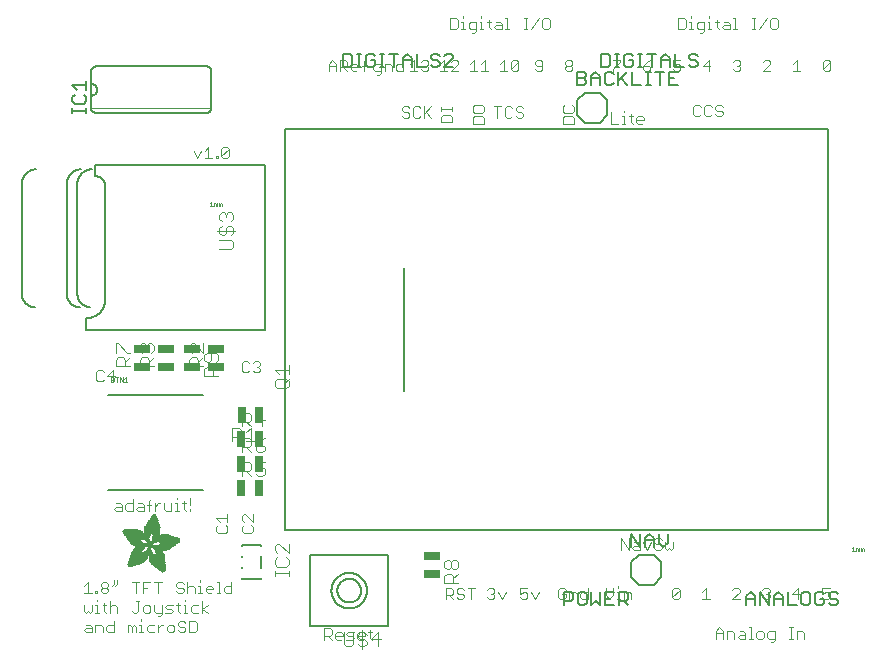
<source format=gbr>
G04 EAGLE Gerber RS-274X export*
G75*
%MOMM*%
%FSLAX34Y34*%
%LPD*%
%INSilkscreen Top*%
%IPPOS*%
%AMOC8*
5,1,8,0,0,1.08239X$1,22.5*%
G01*
%ADD10C,0.076200*%
%ADD11C,0.127000*%
%ADD12C,0.152400*%
%ADD13C,0.050800*%
%ADD14C,0.101600*%
%ADD15R,0.650000X1.400000*%
%ADD16R,1.400000X0.650000*%
%ADD17C,0.025400*%
%ADD18R,0.068600X0.007600*%
%ADD19R,0.114300X0.007600*%
%ADD20R,0.152400X0.007700*%
%ADD21R,0.182900X0.007600*%
%ADD22R,0.205700X0.007600*%
%ADD23R,0.228600X0.007600*%
%ADD24R,0.259100X0.007600*%
%ADD25R,0.274300X0.007700*%
%ADD26R,0.289500X0.007600*%
%ADD27R,0.304800X0.007600*%
%ADD28R,0.320100X0.007600*%
%ADD29R,0.342900X0.007600*%
%ADD30R,0.350500X0.007700*%
%ADD31R,0.365800X0.007600*%
%ADD32R,0.381000X0.007600*%
%ADD33R,0.388600X0.007600*%
%ADD34R,0.403800X0.007600*%
%ADD35R,0.419100X0.007700*%
%ADD36R,0.426700X0.007600*%
%ADD37R,0.441900X0.007600*%
%ADD38R,0.449600X0.007600*%
%ADD39R,0.464800X0.007600*%
%ADD40R,0.480000X0.007700*%
%ADD41R,0.487600X0.007600*%
%ADD42R,0.495300X0.007600*%
%ADD43R,0.510500X0.007600*%
%ADD44R,0.518100X0.007600*%
%ADD45R,0.525700X0.007700*%
%ADD46R,0.541000X0.007600*%
%ADD47R,0.548600X0.007600*%
%ADD48R,0.563800X0.007600*%
%ADD49R,0.571500X0.007600*%
%ADD50R,0.579100X0.007700*%
%ADD51R,0.594300X0.007600*%
%ADD52R,0.601900X0.007600*%
%ADD53R,0.609600X0.007600*%
%ADD54R,0.624800X0.007600*%
%ADD55R,0.632400X0.007700*%
%ADD56R,0.640000X0.007600*%
%ADD57R,0.655300X0.007600*%
%ADD58R,0.662900X0.007600*%
%ADD59R,0.678100X0.007600*%
%ADD60R,0.685800X0.007700*%
%ADD61R,0.693400X0.007600*%
%ADD62R,0.708600X0.007600*%
%ADD63R,0.716200X0.007600*%
%ADD64R,0.723900X0.007600*%
%ADD65R,0.739100X0.007700*%
%ADD66R,0.746700X0.007600*%
%ADD67R,0.754300X0.007600*%
%ADD68R,0.769600X0.007600*%
%ADD69R,0.777200X0.007600*%
%ADD70R,0.792400X0.007700*%
%ADD71R,0.800100X0.007600*%
%ADD72R,0.807700X0.007600*%
%ADD73R,0.822900X0.007600*%
%ADD74R,0.830500X0.007600*%
%ADD75R,0.838200X0.007700*%
%ADD76R,0.091500X0.007600*%
%ADD77R,0.853400X0.007600*%
%ADD78R,0.144700X0.007600*%
%ADD79R,0.861000X0.007600*%
%ADD80R,0.190500X0.007600*%
%ADD81R,0.876300X0.007600*%
%ADD82R,0.221000X0.007600*%
%ADD83R,0.883900X0.007600*%
%ADD84R,0.259000X0.007700*%
%ADD85R,0.891500X0.007700*%
%ADD86R,0.289600X0.007600*%
%ADD87R,0.906700X0.007600*%
%ADD88R,0.914400X0.007600*%
%ADD89R,0.350500X0.007600*%
%ADD90R,0.922000X0.007600*%
%ADD91R,0.937200X0.007600*%
%ADD92R,0.411400X0.007700*%
%ADD93R,0.944800X0.007700*%
%ADD94R,0.434300X0.007600*%
%ADD95R,0.952500X0.007600*%
%ADD96R,0.464900X0.007600*%
%ADD97R,0.967700X0.007600*%
%ADD98R,0.975300X0.007600*%
%ADD99R,0.518200X0.007600*%
%ADD100R,0.990600X0.007600*%
%ADD101R,0.548600X0.007700*%
%ADD102R,0.998200X0.007700*%
%ADD103R,1.005800X0.007600*%
%ADD104R,0.594400X0.007600*%
%ADD105R,1.021000X0.007600*%
%ADD106R,0.617200X0.007600*%
%ADD107R,1.028700X0.007600*%
%ADD108R,0.647700X0.007600*%
%ADD109R,1.036300X0.007600*%
%ADD110R,0.670500X0.007700*%
%ADD111R,1.051500X0.007700*%
%ADD112R,1.059100X0.007600*%
%ADD113R,0.716300X0.007600*%
%ADD114R,1.066800X0.007600*%
%ADD115R,0.739100X0.007600*%
%ADD116R,1.074400X0.007600*%
%ADD117R,0.762000X0.007600*%
%ADD118R,1.089600X0.007600*%
%ADD119R,0.784800X0.007700*%
%ADD120R,1.097200X0.007700*%
%ADD121R,1.104900X0.007600*%
%ADD122R,0.830600X0.007600*%
%ADD123R,1.112500X0.007600*%
%ADD124R,0.845800X0.007600*%
%ADD125R,1.120100X0.007600*%
%ADD126R,0.868700X0.007600*%
%ADD127R,1.127700X0.007600*%
%ADD128R,1.135300X0.007700*%
%ADD129R,1.143000X0.007600*%
%ADD130R,0.944900X0.007600*%
%ADD131R,1.150600X0.007600*%
%ADD132R,0.960100X0.007600*%
%ADD133R,1.158200X0.007600*%
%ADD134R,0.983000X0.007600*%
%ADD135R,1.165800X0.007600*%
%ADD136R,1.005900X0.007700*%
%ADD137R,1.173400X0.007700*%
%ADD138R,1.021100X0.007600*%
%ADD139R,1.181100X0.007600*%
%ADD140R,1.044000X0.007600*%
%ADD141R,1.188700X0.007600*%
%ADD142R,1.196300X0.007600*%
%ADD143R,1.082000X0.007600*%
%ADD144R,1.203900X0.007600*%
%ADD145R,1.104900X0.007700*%
%ADD146R,1.211500X0.007700*%
%ADD147R,1.211500X0.007600*%
%ADD148R,1.219200X0.007600*%
%ADD149R,1.226800X0.007600*%
%ADD150R,1.234400X0.007600*%
%ADD151R,1.188700X0.007700*%
%ADD152R,1.242000X0.007700*%
%ADD153R,1.242000X0.007600*%
%ADD154R,1.211600X0.007600*%
%ADD155R,1.249600X0.007600*%
%ADD156R,1.257300X0.007600*%
%ADD157R,1.264900X0.007600*%
%ADD158R,1.242100X0.007700*%
%ADD159R,1.264900X0.007700*%
%ADD160R,1.272500X0.007600*%
%ADD161R,1.265000X0.007600*%
%ADD162R,1.280100X0.007600*%
%ADD163R,1.272600X0.007600*%
%ADD164R,1.287700X0.007600*%
%ADD165R,1.287800X0.007600*%
%ADD166R,1.295400X0.007700*%
%ADD167R,1.303000X0.007600*%
%ADD168R,1.318200X0.007600*%
%ADD169R,1.310600X0.007600*%
%ADD170R,1.325900X0.007600*%
%ADD171R,1.341100X0.007700*%
%ADD172R,1.318200X0.007700*%
%ADD173R,1.341100X0.007600*%
%ADD174R,1.325800X0.007600*%
%ADD175R,1.348700X0.007600*%
%ADD176R,1.364000X0.007600*%
%ADD177R,1.333500X0.007600*%
%ADD178R,1.371600X0.007700*%
%ADD179R,1.379200X0.007600*%
%ADD180R,1.379300X0.007600*%
%ADD181R,1.386900X0.007600*%
%ADD182R,1.394500X0.007600*%
%ADD183R,1.356300X0.007600*%
%ADD184R,1.394400X0.007700*%
%ADD185R,1.356300X0.007700*%
%ADD186R,1.402000X0.007600*%
%ADD187R,1.409700X0.007600*%
%ADD188R,1.363900X0.007600*%
%ADD189R,1.417300X0.007600*%
%ADD190R,1.371600X0.007600*%
%ADD191R,1.424900X0.007700*%
%ADD192R,1.424900X0.007600*%
%ADD193R,1.432600X0.007600*%
%ADD194R,1.440200X0.007600*%
%ADD195R,1.386800X0.007600*%
%ADD196R,1.447800X0.007700*%
%ADD197R,1.386800X0.007700*%
%ADD198R,1.447800X0.007600*%
%ADD199R,1.455500X0.007600*%
%ADD200R,1.394400X0.007600*%
%ADD201R,1.463100X0.007600*%
%ADD202R,1.455400X0.007700*%
%ADD203R,1.463000X0.007600*%
%ADD204R,1.470600X0.007600*%
%ADD205R,1.470600X0.007700*%
%ADD206R,1.409700X0.007700*%
%ADD207R,1.470700X0.007600*%
%ADD208R,1.402100X0.007600*%
%ADD209R,1.478300X0.007600*%
%ADD210R,1.478300X0.007700*%
%ADD211R,1.402100X0.007700*%
%ADD212R,1.485900X0.007600*%
%ADD213R,1.485900X0.007700*%
%ADD214R,1.493500X0.007700*%
%ADD215R,1.493500X0.007600*%
%ADD216R,1.394500X0.007700*%
%ADD217R,1.493600X0.007700*%
%ADD218R,1.386900X0.007700*%
%ADD219R,1.379200X0.007700*%
%ADD220R,2.857500X0.007700*%
%ADD221R,2.857500X0.007600*%
%ADD222R,2.849900X0.007600*%
%ADD223R,2.842300X0.007600*%
%ADD224R,2.834700X0.007700*%
%ADD225R,2.827000X0.007600*%
%ADD226R,2.819400X0.007600*%
%ADD227R,2.811800X0.007600*%
%ADD228R,2.811800X0.007700*%
%ADD229R,2.804100X0.007600*%
%ADD230R,2.796500X0.007600*%
%ADD231R,1.966000X0.007600*%
%ADD232R,1.943100X0.007600*%
%ADD233R,0.754400X0.007600*%
%ADD234R,1.927900X0.007700*%
%ADD235R,0.746700X0.007700*%
%ADD236R,1.912600X0.007600*%
%ADD237R,0.731500X0.007600*%
%ADD238R,1.905000X0.007600*%
%ADD239R,1.882200X0.007600*%
%ADD240R,1.874600X0.007600*%
%ADD241R,1.866900X0.007700*%
%ADD242R,0.708700X0.007700*%
%ADD243R,1.851600X0.007600*%
%ADD244R,0.701100X0.007600*%
%ADD245R,1.844000X0.007600*%
%ADD246R,1.836400X0.007600*%
%ADD247R,1.821200X0.007600*%
%ADD248R,0.685800X0.007600*%
%ADD249R,1.813500X0.007700*%
%ADD250R,1.805900X0.007600*%
%ADD251R,0.678200X0.007600*%
%ADD252R,1.790700X0.007600*%
%ADD253R,0.670600X0.007600*%
%ADD254R,1.775500X0.007600*%
%ADD255R,1.767900X0.007700*%
%ADD256R,0.663000X0.007700*%
%ADD257R,1.760200X0.007600*%
%ADD258R,1.752600X0.007600*%
%ADD259R,0.937300X0.007600*%
%ADD260R,0.792500X0.007600*%
%ADD261R,0.899100X0.007600*%
%ADD262R,0.883900X0.007700*%
%ADD263R,0.716300X0.007700*%
%ADD264R,0.647700X0.007700*%
%ADD265R,0.640100X0.007600*%
%ADD266R,0.632500X0.007600*%
%ADD267R,0.655400X0.007600*%
%ADD268R,0.632400X0.007600*%
%ADD269R,0.845800X0.007700*%
%ADD270R,0.617200X0.007700*%
%ADD271R,0.624800X0.007700*%
%ADD272R,0.602000X0.007600*%
%ADD273R,0.838200X0.007600*%
%ADD274R,0.586700X0.007600*%
%ADD275R,0.548700X0.007600*%
%ADD276R,0.830500X0.007700*%
%ADD277R,0.541000X0.007700*%
%ADD278R,0.594300X0.007700*%
%ADD279R,0.525800X0.007600*%
%ADD280R,0.586800X0.007600*%
%ADD281R,0.815300X0.007600*%
%ADD282R,0.579200X0.007600*%
%ADD283R,0.815400X0.007600*%
%ADD284R,0.815400X0.007700*%
%ADD285R,0.571500X0.007700*%
%ADD286R,0.807800X0.007600*%
%ADD287R,0.563900X0.007600*%
%ADD288R,0.457200X0.007600*%
%ADD289R,0.442000X0.007600*%
%ADD290R,0.556300X0.007600*%
%ADD291R,0.807700X0.007700*%
%ADD292R,0.411500X0.007600*%
%ADD293R,0.533400X0.007600*%
%ADD294R,0.076200X0.007600*%
%ADD295R,0.403900X0.007600*%
%ADD296R,0.525700X0.007600*%
%ADD297R,0.388700X0.007600*%
%ADD298R,0.297200X0.007600*%
%ADD299R,0.373400X0.007700*%
%ADD300R,0.503000X0.007700*%
%ADD301R,0.426800X0.007700*%
%ADD302R,0.358100X0.007600*%
%ADD303R,0.502900X0.007600*%
%ADD304R,0.472400X0.007600*%
%ADD305R,0.487700X0.007600*%
%ADD306R,0.335300X0.007600*%
%ADD307R,0.792500X0.007700*%
%ADD308R,0.327600X0.007700*%
%ADD309R,0.472400X0.007700*%
%ADD310R,0.640000X0.007700*%
%ADD311R,0.784800X0.007600*%
%ADD312R,0.320000X0.007600*%
%ADD313R,0.792400X0.007600*%
%ADD314R,1.173400X0.007600*%
%ADD315R,1.196400X0.007600*%
%ADD316R,0.784900X0.007600*%
%ADD317R,0.784900X0.007700*%
%ADD318R,0.297200X0.007700*%
%ADD319R,1.249700X0.007600*%
%ADD320R,0.281900X0.007600*%
%ADD321R,1.295400X0.007600*%
%ADD322R,0.266700X0.007600*%
%ADD323R,0.777300X0.007700*%
%ADD324R,0.266700X0.007700*%
%ADD325R,1.333500X0.007700*%
%ADD326R,0.777300X0.007600*%
%ADD327R,1.348800X0.007600*%
%ADD328R,0.251500X0.007600*%
%ADD329R,0.243900X0.007700*%
%ADD330R,0.243900X0.007600*%
%ADD331R,1.440100X0.007600*%
%ADD332R,0.236200X0.007600*%
%ADD333R,0.762000X0.007700*%
%ADD334R,0.236200X0.007700*%
%ADD335R,1.508700X0.007700*%
%ADD336R,1.531600X0.007600*%
%ADD337R,1.546900X0.007600*%
%ADD338R,1.569700X0.007600*%
%ADD339R,1.585000X0.007600*%
%ADD340R,0.746800X0.007700*%
%ADD341R,1.607800X0.007700*%
%ADD342R,0.243800X0.007600*%
%ADD343R,1.630700X0.007600*%
%ADD344R,1.653500X0.007600*%
%ADD345R,0.739200X0.007600*%
%ADD346R,1.684000X0.007600*%
%ADD347R,2.019300X0.007600*%
%ADD348R,0.731500X0.007700*%
%ADD349R,2.026900X0.007700*%
%ADD350R,2.049800X0.007600*%
%ADD351R,2.057400X0.007600*%
%ADD352R,0.708700X0.007600*%
%ADD353R,2.072600X0.007600*%
%ADD354R,0.701000X0.007600*%
%ADD355R,2.095500X0.007600*%
%ADD356R,0.693500X0.007700*%
%ADD357R,2.110800X0.007700*%
%ADD358R,2.141200X0.007600*%
%ADD359R,0.060900X0.007600*%
%ADD360R,2.872700X0.007600*%
%ADD361R,3.124200X0.007600*%
%ADD362R,3.177600X0.007600*%
%ADD363R,3.215600X0.007700*%
%ADD364R,3.253700X0.007600*%
%ADD365R,3.284300X0.007600*%
%ADD366R,3.314700X0.007600*%
%ADD367R,3.352800X0.007600*%
%ADD368R,3.375600X0.007700*%
%ADD369R,3.406200X0.007600*%
%ADD370R,3.429000X0.007600*%
%ADD371R,3.451800X0.007600*%
%ADD372R,3.482400X0.007600*%
%ADD373R,1.828800X0.007700*%
%ADD374R,1.539300X0.007700*%
%ADD375R,1.767900X0.007600*%
%ADD376R,1.767800X0.007600*%
%ADD377R,1.760200X0.007700*%
%ADD378R,1.760300X0.007600*%
%ADD379R,1.775400X0.007700*%
%ADD380R,1.379300X0.007700*%
%ADD381R,1.783000X0.007600*%
%ADD382R,1.813500X0.007600*%
%ADD383R,1.821100X0.007700*%
%ADD384R,0.503000X0.007600*%
%ADD385R,1.135400X0.007600*%
%ADD386R,1.127700X0.007700*%
%ADD387R,0.487700X0.007700*%
%ADD388R,1.120200X0.007600*%
%ADD389R,1.097300X0.007600*%
%ADD390R,0.510600X0.007600*%
%ADD391R,1.074400X0.007700*%
%ADD392R,0.525800X0.007700*%
%ADD393R,1.440200X0.007700*%
%ADD394R,1.059200X0.007600*%
%ADD395R,1.051600X0.007600*%
%ADD396R,1.051500X0.007600*%
%ADD397R,1.043900X0.007700*%
%ADD398R,0.602000X0.007700*%
%ADD399R,1.524000X0.007600*%
%ADD400R,1.539300X0.007600*%
%ADD401R,1.592600X0.007600*%
%ADD402R,1.021100X0.007700*%
%ADD403R,1.615400X0.007700*%
%ADD404R,1.013400X0.007600*%
%ADD405R,1.653600X0.007600*%
%ADD406R,1.013500X0.007600*%
%ADD407R,1.699300X0.007600*%
%ADD408R,2.743200X0.007600*%
%ADD409R,1.005900X0.007600*%
%ADD410R,2.415500X0.007600*%
%ADD411R,1.005800X0.007700*%
%ADD412R,0.281900X0.007700*%
%ADD413R,2.408000X0.007700*%
%ADD414R,2.407900X0.007600*%
%ADD415R,0.998200X0.007600*%
%ADD416R,0.282000X0.007600*%
%ADD417R,0.998300X0.007600*%
%ADD418R,2.400300X0.007600*%
%ADD419R,0.289500X0.007700*%
%ADD420R,2.400300X0.007700*%
%ADD421R,0.297100X0.007600*%
%ADD422R,0.312400X0.007600*%
%ADD423R,2.392700X0.007600*%
%ADD424R,0.990600X0.007700*%
%ADD425R,0.327700X0.007700*%
%ADD426R,2.392700X0.007700*%
%ADD427R,2.385100X0.007600*%
%ADD428R,0.381000X0.007700*%
%ADD429R,2.377400X0.007700*%
%ADD430R,2.377400X0.007600*%
%ADD431R,2.369800X0.007600*%
%ADD432R,0.419100X0.007600*%
%ADD433R,2.362200X0.007600*%
%ADD434R,0.426800X0.007600*%
%ADD435R,1.036300X0.007700*%
%ADD436R,0.442000X0.007700*%
%ADD437R,2.354600X0.007700*%
%ADD438R,2.354600X0.007600*%
%ADD439R,0.480100X0.007600*%
%ADD440R,2.347000X0.007600*%
%ADD441R,1.074500X0.007600*%
%ADD442R,2.339400X0.007600*%
%ADD443R,1.082100X0.007700*%
%ADD444R,0.548700X0.007700*%
%ADD445R,2.331800X0.007700*%
%ADD446R,2.331800X0.007600*%
%ADD447R,0.624900X0.007600*%
%ADD448R,2.324100X0.007600*%
%ADD449R,1.859300X0.007600*%
%ADD450R,2.308800X0.007600*%
%ADD451R,2.301200X0.007700*%
%ADD452R,2.301200X0.007600*%
%ADD453R,2.293600X0.007600*%
%ADD454R,2.278400X0.007600*%
%ADD455R,1.889800X0.007600*%
%ADD456R,2.270700X0.007600*%
%ADD457R,1.897400X0.007700*%
%ADD458R,2.255500X0.007700*%
%ADD459R,1.897400X0.007600*%
%ADD460R,2.247900X0.007600*%
%ADD461R,2.232600X0.007600*%
%ADD462R,1.912700X0.007600*%
%ADD463R,2.209800X0.007600*%
%ADD464R,1.920300X0.007600*%
%ADD465R,2.186900X0.007600*%
%ADD466R,1.920300X0.007700*%
%ADD467R,2.171700X0.007700*%
%ADD468R,1.935500X0.007600*%
%ADD469R,2.148800X0.007600*%
%ADD470R,2.126000X0.007600*%
%ADD471R,1.950700X0.007600*%
%ADD472R,1.958400X0.007700*%
%ADD473R,2.042200X0.007700*%
%ADD474R,1.973600X0.007600*%
%ADD475R,1.996500X0.007600*%
%ADD476R,1.981200X0.007600*%
%ADD477R,1.988800X0.007600*%
%ADD478R,1.996400X0.007700*%
%ADD479R,1.996400X0.007600*%
%ADD480R,2.004100X0.007600*%
%ADD481R,1.874500X0.007600*%
%ADD482R,1.425000X0.007600*%
%ADD483R,2.026900X0.007600*%
%ADD484R,0.434400X0.007700*%
%ADD485R,1.364000X0.007700*%
%ADD486R,2.034500X0.007600*%
%ADD487R,0.434400X0.007600*%
%ADD488R,2.049700X0.007600*%
%ADD489R,2.065000X0.007700*%
%ADD490R,0.464800X0.007700*%
%ADD491R,1.196300X0.007700*%
%ADD492R,2.080300X0.007600*%
%ADD493R,1.158300X0.007600*%
%ADD494R,2.087900X0.007600*%
%ADD495R,0.472500X0.007600*%
%ADD496R,2.103100X0.007600*%
%ADD497R,2.118400X0.007600*%
%ADD498R,2.133600X0.007600*%
%ADD499R,2.148800X0.007700*%
%ADD500R,2.164000X0.007600*%
%ADD501R,2.171700X0.007600*%
%ADD502R,2.187000X0.007600*%
%ADD503R,0.556200X0.007600*%
%ADD504R,2.202200X0.007700*%
%ADD505R,0.556200X0.007700*%
%ADD506R,0.640100X0.007700*%
%ADD507R,0.579100X0.007600*%
%ADD508R,0.480000X0.007600*%
%ADD509R,1.752600X0.007700*%
%ADD510R,0.487600X0.007700*%
%ADD511R,0.594400X0.007700*%
%ADD512R,0.358100X0.007700*%
%ADD513R,0.099000X0.007600*%
%ADD514R,1.280200X0.007600*%
%ADD515R,1.745000X0.007600*%
%ADD516R,1.744900X0.007600*%
%ADD517R,1.737300X0.007700*%
%ADD518R,1.737400X0.007600*%
%ADD519R,1.729800X0.007600*%
%ADD520R,1.722200X0.007600*%
%ADD521R,1.722100X0.007600*%
%ADD522R,1.714500X0.007700*%
%ADD523R,1.356400X0.007700*%
%ADD524R,1.706900X0.007600*%
%ADD525R,1.356400X0.007600*%
%ADD526R,1.691700X0.007600*%
%ADD527R,1.668800X0.007700*%
%ADD528R,1.645900X0.007600*%
%ADD529R,1.623100X0.007600*%
%ADD530R,1.577400X0.007600*%
%ADD531R,1.554400X0.007600*%
%ADD532R,1.539200X0.007600*%
%ADD533R,1.524000X0.007700*%
%ADD534R,1.501100X0.007600*%
%ADD535R,1.455400X0.007600*%
%ADD536R,1.348800X0.007700*%
%ADD537R,1.318300X0.007600*%
%ADD538R,1.310600X0.007700*%
%ADD539R,1.287800X0.007700*%
%ADD540R,1.234500X0.007600*%
%ADD541R,1.226900X0.007600*%
%ADD542R,1.173500X0.007700*%
%ADD543R,1.173500X0.007600*%
%ADD544R,1.165900X0.007600*%
%ADD545R,1.143000X0.007700*%
%ADD546R,1.127800X0.007600*%
%ADD547R,1.097200X0.007600*%
%ADD548R,1.028700X0.007700*%
%ADD549R,0.982900X0.007600*%
%ADD550R,0.952500X0.007700*%
%ADD551R,0.929600X0.007600*%
%ADD552R,0.906800X0.007700*%
%ADD553R,0.906800X0.007600*%
%ADD554R,0.899200X0.007600*%
%ADD555R,0.884000X0.007600*%
%ADD556R,0.876300X0.007700*%
%ADD557R,0.830600X0.007700*%
%ADD558R,0.754400X0.007700*%
%ADD559R,0.746800X0.007600*%
%ADD560R,0.708600X0.007700*%
%ADD561R,0.678200X0.007700*%
%ADD562R,0.663000X0.007600*%
%ADD563R,0.632500X0.007700*%
%ADD564R,0.556300X0.007700*%
%ADD565R,0.518200X0.007700*%
%ADD566R,0.434300X0.007700*%
%ADD567R,0.396300X0.007700*%
%ADD568R,0.373300X0.007600*%
%ADD569R,0.365700X0.007600*%
%ADD570R,0.327700X0.007600*%
%ADD571R,0.304800X0.007700*%
%ADD572R,0.274300X0.007600*%
%ADD573R,0.243800X0.007700*%
%ADD574R,0.205800X0.007600*%
%ADD575R,0.152400X0.007600*%
%ADD576R,0.121900X0.007700*%


D10*
X452501Y450477D02*
X452501Y441071D01*
X458772Y441071D01*
X461856Y447342D02*
X463424Y447342D01*
X463424Y441071D01*
X461856Y441071D02*
X464992Y441071D01*
X463424Y450477D02*
X463424Y452045D01*
X469661Y448909D02*
X469661Y442639D01*
X471228Y441071D01*
X471228Y447342D02*
X468093Y447342D01*
X475897Y441071D02*
X479033Y441071D01*
X475897Y441071D02*
X474330Y442639D01*
X474330Y445774D01*
X475897Y447342D01*
X479033Y447342D01*
X480600Y445774D01*
X480600Y444206D01*
X474330Y444206D01*
X461391Y89797D02*
X461391Y80391D01*
X467662Y80391D02*
X461391Y89797D01*
X467662Y89797D02*
X467662Y80391D01*
X472314Y86662D02*
X475449Y86662D01*
X477017Y85094D01*
X477017Y80391D01*
X472314Y80391D01*
X470746Y81959D01*
X472314Y83526D01*
X477017Y83526D01*
X480101Y86662D02*
X483237Y80391D01*
X486372Y86662D01*
X494160Y89797D02*
X495727Y88229D01*
X494160Y89797D02*
X491024Y89797D01*
X489457Y88229D01*
X489457Y86662D01*
X491024Y85094D01*
X494160Y85094D01*
X495727Y83526D01*
X495727Y81959D01*
X494160Y80391D01*
X491024Y80391D01*
X489457Y81959D01*
X498812Y81959D02*
X498812Y86662D01*
X498812Y81959D02*
X500379Y80391D01*
X501947Y81959D01*
X503515Y80391D01*
X505082Y81959D01*
X505082Y86662D01*
X282116Y453989D02*
X280548Y455557D01*
X277413Y455557D01*
X275845Y453989D01*
X275845Y452422D01*
X277413Y450854D01*
X280548Y450854D01*
X282116Y449286D01*
X282116Y447719D01*
X280548Y446151D01*
X277413Y446151D01*
X275845Y447719D01*
X289904Y455557D02*
X291471Y453989D01*
X289904Y455557D02*
X286768Y455557D01*
X285201Y453989D01*
X285201Y447719D01*
X286768Y446151D01*
X289904Y446151D01*
X291471Y447719D01*
X294556Y446151D02*
X294556Y455557D01*
X294556Y449286D02*
X300827Y455557D01*
X296123Y450854D02*
X300827Y446151D01*
X527054Y456827D02*
X528622Y455259D01*
X527054Y456827D02*
X523919Y456827D01*
X522351Y455259D01*
X522351Y448989D01*
X523919Y447421D01*
X527054Y447421D01*
X528622Y448989D01*
X536409Y456827D02*
X537977Y455259D01*
X536409Y456827D02*
X533274Y456827D01*
X531706Y455259D01*
X531706Y448989D01*
X533274Y447421D01*
X536409Y447421D01*
X537977Y448989D01*
X545764Y456827D02*
X547332Y455259D01*
X545764Y456827D02*
X542629Y456827D01*
X541061Y455259D01*
X541061Y453692D01*
X542629Y452124D01*
X545764Y452124D01*
X547332Y450556D01*
X547332Y448989D01*
X545764Y447421D01*
X542629Y447421D01*
X541061Y448989D01*
X345059Y441071D02*
X335653Y441071D01*
X345059Y441071D02*
X345059Y445774D01*
X343491Y447342D01*
X337221Y447342D01*
X335653Y445774D01*
X335653Y441071D01*
X335653Y451994D02*
X335653Y455129D01*
X335653Y451994D02*
X337221Y450426D01*
X343491Y450426D01*
X345059Y451994D01*
X345059Y455129D01*
X343491Y456697D01*
X337221Y456697D01*
X335653Y455129D01*
X318389Y442341D02*
X308983Y442341D01*
X318389Y442341D02*
X318389Y447044D01*
X316821Y448612D01*
X310551Y448612D01*
X308983Y447044D01*
X308983Y442341D01*
X318389Y451696D02*
X318389Y454832D01*
X318389Y453264D02*
X308983Y453264D01*
X308983Y451696D02*
X308983Y454832D01*
X356576Y455557D02*
X356576Y446151D01*
X353441Y455557D02*
X359712Y455557D01*
X367499Y455557D02*
X369067Y453989D01*
X367499Y455557D02*
X364364Y455557D01*
X362796Y453989D01*
X362796Y447719D01*
X364364Y446151D01*
X367499Y446151D01*
X369067Y447719D01*
X376854Y455557D02*
X378422Y453989D01*
X376854Y455557D02*
X373719Y455557D01*
X372151Y453989D01*
X372151Y452422D01*
X373719Y450854D01*
X376854Y450854D01*
X378422Y449286D01*
X378422Y447719D01*
X376854Y446151D01*
X373719Y446151D01*
X372151Y447719D01*
X411853Y441071D02*
X421259Y441071D01*
X421259Y445774D01*
X419691Y447342D01*
X413421Y447342D01*
X411853Y445774D01*
X411853Y441071D01*
X411853Y455129D02*
X413421Y456697D01*
X411853Y455129D02*
X411853Y451994D01*
X413421Y450426D01*
X419691Y450426D01*
X421259Y451994D01*
X421259Y455129D01*
X419691Y456697D01*
X9866Y52967D02*
X6731Y49832D01*
X9866Y52967D02*
X9866Y43561D01*
X6731Y43561D02*
X13002Y43561D01*
X16086Y43561D02*
X16086Y45129D01*
X17654Y45129D01*
X17654Y43561D01*
X16086Y43561D01*
X20764Y51399D02*
X22331Y52967D01*
X25467Y52967D01*
X27034Y51399D01*
X27034Y49832D01*
X25467Y48264D01*
X27034Y46696D01*
X27034Y45129D01*
X25467Y43561D01*
X22331Y43561D01*
X20764Y45129D01*
X20764Y46696D01*
X22331Y48264D01*
X20764Y49832D01*
X20764Y51399D01*
X22331Y48264D02*
X25467Y48264D01*
X31687Y51399D02*
X31687Y54535D01*
X31687Y51399D02*
X30119Y49832D01*
X34822Y51399D02*
X34822Y54535D01*
X34822Y51399D02*
X33254Y49832D01*
X50405Y52967D02*
X50405Y43561D01*
X47270Y52967D02*
X53541Y52967D01*
X56625Y52967D02*
X56625Y43561D01*
X56625Y52967D02*
X62896Y52967D01*
X59761Y48264D02*
X56625Y48264D01*
X69116Y43561D02*
X69116Y52967D01*
X65981Y52967D02*
X72251Y52967D01*
X89394Y52967D02*
X90962Y51399D01*
X89394Y52967D02*
X86259Y52967D01*
X84691Y51399D01*
X84691Y49832D01*
X86259Y48264D01*
X89394Y48264D01*
X90962Y46696D01*
X90962Y45129D01*
X89394Y43561D01*
X86259Y43561D01*
X84691Y45129D01*
X94046Y43561D02*
X94046Y52967D01*
X95614Y49832D02*
X94046Y48264D01*
X95614Y49832D02*
X98749Y49832D01*
X100317Y48264D01*
X100317Y43561D01*
X103401Y49832D02*
X104969Y49832D01*
X104969Y43561D01*
X103401Y43561D02*
X106537Y43561D01*
X104969Y52967D02*
X104969Y54535D01*
X111206Y43561D02*
X114341Y43561D01*
X111206Y43561D02*
X109638Y45129D01*
X109638Y48264D01*
X111206Y49832D01*
X114341Y49832D01*
X115909Y48264D01*
X115909Y46696D01*
X109638Y46696D01*
X118993Y52967D02*
X120561Y52967D01*
X120561Y43561D01*
X118993Y43561D02*
X122129Y43561D01*
X131501Y43561D02*
X131501Y52967D01*
X131501Y43561D02*
X126798Y43561D01*
X125230Y45129D01*
X125230Y48264D01*
X126798Y49832D01*
X131501Y49832D01*
X6731Y33322D02*
X6731Y28619D01*
X8299Y27051D01*
X9866Y28619D01*
X11434Y27051D01*
X13002Y28619D01*
X13002Y33322D01*
X16086Y33322D02*
X17654Y33322D01*
X17654Y27051D01*
X16086Y27051D02*
X19222Y27051D01*
X17654Y36457D02*
X17654Y38025D01*
X23891Y34889D02*
X23891Y28619D01*
X25458Y27051D01*
X25458Y33322D02*
X22323Y33322D01*
X28560Y36457D02*
X28560Y27051D01*
X28560Y31754D02*
X30127Y33322D01*
X33263Y33322D01*
X34830Y31754D01*
X34830Y27051D01*
X47270Y28619D02*
X48838Y27051D01*
X50405Y27051D01*
X51973Y28619D01*
X51973Y36457D01*
X50405Y36457D02*
X53541Y36457D01*
X58193Y27051D02*
X61328Y27051D01*
X62896Y28619D01*
X62896Y31754D01*
X61328Y33322D01*
X58193Y33322D01*
X56625Y31754D01*
X56625Y28619D01*
X58193Y27051D01*
X65981Y28619D02*
X65981Y33322D01*
X65981Y28619D02*
X67548Y27051D01*
X72251Y27051D01*
X72251Y25483D02*
X72251Y33322D01*
X72251Y25483D02*
X70684Y23916D01*
X69116Y23916D01*
X75336Y27051D02*
X80039Y27051D01*
X81606Y28619D01*
X80039Y30186D01*
X76903Y30186D01*
X75336Y31754D01*
X76903Y33322D01*
X81606Y33322D01*
X86259Y34889D02*
X86259Y28619D01*
X87826Y27051D01*
X87826Y33322D02*
X84691Y33322D01*
X90928Y33322D02*
X92495Y33322D01*
X92495Y27051D01*
X90928Y27051D02*
X94063Y27051D01*
X92495Y36457D02*
X92495Y38025D01*
X98732Y33322D02*
X103435Y33322D01*
X98732Y33322D02*
X97164Y31754D01*
X97164Y28619D01*
X98732Y27051D01*
X103435Y27051D01*
X106520Y27051D02*
X106520Y36457D01*
X106520Y30186D02*
X111223Y27051D01*
X106520Y30186D02*
X111223Y33322D01*
X11434Y16812D02*
X8299Y16812D01*
X11434Y16812D02*
X13002Y15244D01*
X13002Y10541D01*
X8299Y10541D01*
X6731Y12109D01*
X8299Y13676D01*
X13002Y13676D01*
X16086Y10541D02*
X16086Y16812D01*
X20789Y16812D01*
X22357Y15244D01*
X22357Y10541D01*
X31712Y10541D02*
X31712Y19947D01*
X31712Y10541D02*
X27009Y10541D01*
X25441Y12109D01*
X25441Y15244D01*
X27009Y16812D01*
X31712Y16812D01*
X44152Y16812D02*
X44152Y10541D01*
X44152Y16812D02*
X45719Y16812D01*
X47287Y15244D01*
X47287Y10541D01*
X47287Y15244D02*
X48855Y16812D01*
X50422Y15244D01*
X50422Y10541D01*
X53507Y16812D02*
X55075Y16812D01*
X55075Y10541D01*
X56642Y10541D02*
X53507Y10541D01*
X55075Y19947D02*
X55075Y21515D01*
X61311Y16812D02*
X66014Y16812D01*
X61311Y16812D02*
X59744Y15244D01*
X59744Y12109D01*
X61311Y10541D01*
X66014Y10541D01*
X69099Y10541D02*
X69099Y16812D01*
X72234Y16812D02*
X69099Y13676D01*
X72234Y16812D02*
X73802Y16812D01*
X78463Y10541D02*
X81598Y10541D01*
X83166Y12109D01*
X83166Y15244D01*
X81598Y16812D01*
X78463Y16812D01*
X76895Y15244D01*
X76895Y12109D01*
X78463Y10541D01*
X90953Y19947D02*
X92521Y18379D01*
X90953Y19947D02*
X87818Y19947D01*
X86250Y18379D01*
X86250Y16812D01*
X87818Y15244D01*
X90953Y15244D01*
X92521Y13676D01*
X92521Y12109D01*
X90953Y10541D01*
X87818Y10541D01*
X86250Y12109D01*
X95605Y10541D02*
X95605Y19947D01*
X95605Y10541D02*
X100308Y10541D01*
X101876Y12109D01*
X101876Y18379D01*
X100308Y19947D01*
X95605Y19947D01*
X102576Y411861D02*
X99441Y418132D01*
X105712Y418132D02*
X102576Y411861D01*
X108796Y418132D02*
X111932Y421267D01*
X111932Y411861D01*
X115067Y411861D02*
X108796Y411861D01*
X118151Y411861D02*
X118151Y413429D01*
X119719Y413429D01*
X119719Y411861D01*
X118151Y411861D01*
X122829Y413429D02*
X122829Y419699D01*
X124397Y421267D01*
X127532Y421267D01*
X129100Y419699D01*
X129100Y413429D01*
X127532Y411861D01*
X124397Y411861D01*
X122829Y413429D01*
X129100Y419699D01*
X209931Y13597D02*
X209931Y4191D01*
X209931Y13597D02*
X214634Y13597D01*
X216202Y12029D01*
X216202Y8894D01*
X214634Y7326D01*
X209931Y7326D01*
X213066Y7326D02*
X216202Y4191D01*
X220854Y4191D02*
X223989Y4191D01*
X220854Y4191D02*
X219286Y5759D01*
X219286Y8894D01*
X220854Y10462D01*
X223989Y10462D01*
X225557Y8894D01*
X225557Y7326D01*
X219286Y7326D01*
X228641Y4191D02*
X233344Y4191D01*
X234912Y5759D01*
X233344Y7326D01*
X230209Y7326D01*
X228641Y8894D01*
X230209Y10462D01*
X234912Y10462D01*
X239564Y4191D02*
X242700Y4191D01*
X239564Y4191D02*
X237997Y5759D01*
X237997Y8894D01*
X239564Y10462D01*
X242700Y10462D01*
X244267Y8894D01*
X244267Y7326D01*
X237997Y7326D01*
X248919Y5759D02*
X248919Y12029D01*
X248919Y5759D02*
X250487Y4191D01*
X250487Y10462D02*
X247352Y10462D01*
X36834Y119682D02*
X33699Y119682D01*
X36834Y119682D02*
X38402Y118114D01*
X38402Y113411D01*
X33699Y113411D01*
X32131Y114979D01*
X33699Y116546D01*
X38402Y116546D01*
X47757Y113411D02*
X47757Y122817D01*
X47757Y113411D02*
X43054Y113411D01*
X41486Y114979D01*
X41486Y118114D01*
X43054Y119682D01*
X47757Y119682D01*
X52409Y119682D02*
X55544Y119682D01*
X57112Y118114D01*
X57112Y113411D01*
X52409Y113411D01*
X50841Y114979D01*
X52409Y116546D01*
X57112Y116546D01*
X61764Y113411D02*
X61764Y121249D01*
X63332Y122817D01*
X63332Y118114D02*
X60197Y118114D01*
X66433Y119682D02*
X66433Y113411D01*
X66433Y116546D02*
X69569Y119682D01*
X71136Y119682D01*
X74229Y119682D02*
X74229Y114979D01*
X75797Y113411D01*
X80500Y113411D01*
X80500Y119682D01*
X83585Y119682D02*
X85152Y119682D01*
X85152Y113411D01*
X83585Y113411D02*
X86720Y113411D01*
X85152Y122817D02*
X85152Y124385D01*
X91389Y121249D02*
X91389Y114979D01*
X92957Y113411D01*
X92957Y119682D02*
X89821Y119682D01*
X96058Y114979D02*
X96058Y113411D01*
X96058Y118114D02*
X96058Y124385D01*
D11*
X636400Y96700D02*
X636400Y436700D01*
X636400Y96700D02*
X176400Y96700D01*
X176400Y436700D01*
X636400Y436700D01*
X277400Y318700D02*
X277400Y214700D01*
D10*
X312700Y47887D02*
X312700Y38481D01*
X312700Y47887D02*
X317403Y47887D01*
X318971Y46319D01*
X318971Y43184D01*
X317403Y41616D01*
X312700Y41616D01*
X315835Y41616D02*
X318971Y38481D01*
X328326Y46319D02*
X326758Y47887D01*
X323623Y47887D01*
X322055Y46319D01*
X322055Y44752D01*
X323623Y43184D01*
X326758Y43184D01*
X328326Y41616D01*
X328326Y40049D01*
X326758Y38481D01*
X323623Y38481D01*
X322055Y40049D01*
X334546Y38481D02*
X334546Y47887D01*
X337681Y47887D02*
X331410Y47887D01*
X347904Y46319D02*
X349472Y47887D01*
X352607Y47887D01*
X354175Y46319D01*
X354175Y44752D01*
X352607Y43184D01*
X351039Y43184D01*
X352607Y43184D02*
X354175Y41616D01*
X354175Y40049D01*
X352607Y38481D01*
X349472Y38481D01*
X347904Y40049D01*
X357259Y44752D02*
X360395Y38481D01*
X363530Y44752D01*
X375844Y47887D02*
X382115Y47887D01*
X375844Y47887D02*
X375844Y43184D01*
X378979Y44752D01*
X380547Y44752D01*
X382115Y43184D01*
X382115Y40049D01*
X380547Y38481D01*
X377412Y38481D01*
X375844Y40049D01*
X385199Y44752D02*
X388335Y38481D01*
X391470Y44752D01*
X412855Y47887D02*
X414423Y46319D01*
X412855Y47887D02*
X409720Y47887D01*
X408152Y46319D01*
X408152Y40049D01*
X409720Y38481D01*
X412855Y38481D01*
X414423Y40049D01*
X414423Y43184D01*
X411287Y43184D01*
X417507Y44752D02*
X417507Y38481D01*
X417507Y44752D02*
X422210Y44752D01*
X423778Y43184D01*
X423778Y38481D01*
X433133Y38481D02*
X433133Y47887D01*
X433133Y38481D02*
X428430Y38481D01*
X426862Y40049D01*
X426862Y43184D01*
X428430Y44752D01*
X433133Y44752D01*
X448234Y47887D02*
X448234Y41616D01*
X451369Y38481D01*
X454505Y41616D01*
X454505Y47887D01*
X457589Y44752D02*
X459157Y44752D01*
X459157Y38481D01*
X457589Y38481D02*
X460725Y38481D01*
X459157Y47887D02*
X459157Y49455D01*
X463826Y44752D02*
X463826Y38481D01*
X463826Y44752D02*
X468529Y44752D01*
X470097Y43184D01*
X470097Y38481D01*
X541502Y11275D02*
X541502Y5004D01*
X541502Y11275D02*
X544637Y14410D01*
X547773Y11275D01*
X547773Y5004D01*
X547773Y9707D02*
X541502Y9707D01*
X550857Y11275D02*
X550857Y5004D01*
X550857Y11275D02*
X555560Y11275D01*
X557128Y9707D01*
X557128Y5004D01*
X561780Y11275D02*
X564915Y11275D01*
X566483Y9707D01*
X566483Y5004D01*
X561780Y5004D01*
X560212Y6572D01*
X561780Y8139D01*
X566483Y8139D01*
X569568Y14410D02*
X571135Y14410D01*
X571135Y5004D01*
X569568Y5004D02*
X572703Y5004D01*
X577372Y5004D02*
X580507Y5004D01*
X582075Y6572D01*
X582075Y9707D01*
X580507Y11275D01*
X577372Y11275D01*
X575804Y9707D01*
X575804Y6572D01*
X577372Y5004D01*
X588295Y1869D02*
X589863Y1869D01*
X591430Y3436D01*
X591430Y11275D01*
X586727Y11275D01*
X585160Y9707D01*
X585160Y6572D01*
X586727Y5004D01*
X591430Y5004D01*
X603870Y5004D02*
X607005Y5004D01*
X605438Y5004D02*
X605438Y14410D01*
X607005Y14410D02*
X603870Y14410D01*
X610107Y11275D02*
X610107Y5004D01*
X610107Y11275D02*
X614810Y11275D01*
X616377Y9707D01*
X616377Y5004D01*
X504571Y40049D02*
X504571Y46319D01*
X506139Y47887D01*
X509274Y47887D01*
X510842Y46319D01*
X510842Y40049D01*
X509274Y38481D01*
X506139Y38481D01*
X504571Y40049D01*
X510842Y46319D01*
X529971Y44752D02*
X533106Y47887D01*
X533106Y38481D01*
X529971Y38481D02*
X536242Y38481D01*
X555371Y38481D02*
X561642Y38481D01*
X555371Y38481D02*
X561642Y44752D01*
X561642Y46319D01*
X560074Y47887D01*
X556939Y47887D01*
X555371Y46319D01*
X580771Y46319D02*
X582339Y47887D01*
X585474Y47887D01*
X587042Y46319D01*
X587042Y44752D01*
X585474Y43184D01*
X583906Y43184D01*
X585474Y43184D02*
X587042Y41616D01*
X587042Y40049D01*
X585474Y38481D01*
X582339Y38481D01*
X580771Y40049D01*
X610874Y38481D02*
X610874Y47887D01*
X606171Y43184D01*
X612442Y43184D01*
X631571Y47887D02*
X637842Y47887D01*
X631571Y47887D02*
X631571Y43184D01*
X634706Y44752D01*
X636274Y44752D01*
X637842Y43184D01*
X637842Y40049D01*
X636274Y38481D01*
X633139Y38481D01*
X631571Y40049D01*
X213729Y485521D02*
X213729Y491792D01*
X216864Y494927D01*
X219999Y491792D01*
X219999Y485521D01*
X219999Y490224D02*
X213729Y490224D01*
X223084Y485521D02*
X223084Y494927D01*
X227787Y494927D01*
X229355Y493359D01*
X229355Y490224D01*
X227787Y488656D01*
X223084Y488656D01*
X226219Y488656D02*
X229355Y485521D01*
X234007Y485521D02*
X237142Y485521D01*
X234007Y485521D02*
X232439Y487089D01*
X232439Y490224D01*
X234007Y491792D01*
X237142Y491792D01*
X238710Y490224D01*
X238710Y488656D01*
X232439Y488656D01*
X243362Y485521D02*
X243362Y493359D01*
X244930Y494927D01*
X244930Y490224D02*
X241794Y490224D01*
X254851Y482386D02*
X256418Y482386D01*
X257986Y483953D01*
X257986Y491792D01*
X253283Y491792D01*
X251715Y490224D01*
X251715Y487089D01*
X253283Y485521D01*
X257986Y485521D01*
X261071Y485521D02*
X261071Y491792D01*
X265774Y491792D01*
X267341Y490224D01*
X267341Y485521D01*
X276697Y485521D02*
X276697Y494927D01*
X276697Y485521D02*
X271993Y485521D01*
X270426Y487089D01*
X270426Y490224D01*
X271993Y491792D01*
X276697Y491792D01*
X282661Y491792D02*
X285796Y494927D01*
X285796Y485521D01*
X282661Y485521D02*
X288931Y485521D01*
X292016Y493359D02*
X293583Y494927D01*
X296719Y494927D01*
X298287Y493359D01*
X298287Y491792D01*
X296719Y490224D01*
X295151Y490224D01*
X296719Y490224D02*
X298287Y488656D01*
X298287Y487089D01*
X296719Y485521D01*
X293583Y485521D01*
X292016Y487089D01*
X308061Y491792D02*
X311196Y494927D01*
X311196Y485521D01*
X308061Y485521D02*
X314331Y485521D01*
X317416Y485521D02*
X323687Y485521D01*
X317416Y485521D02*
X323687Y491792D01*
X323687Y493359D01*
X322119Y494927D01*
X318983Y494927D01*
X317416Y493359D01*
X333461Y491792D02*
X336596Y494927D01*
X336596Y485521D01*
X333461Y485521D02*
X339731Y485521D01*
X342816Y491792D02*
X345951Y494927D01*
X345951Y485521D01*
X342816Y485521D02*
X349087Y485521D01*
X358861Y491792D02*
X361996Y494927D01*
X361996Y485521D01*
X358861Y485521D02*
X365131Y485521D01*
X368216Y487089D02*
X368216Y493359D01*
X369783Y494927D01*
X372919Y494927D01*
X374487Y493359D01*
X374487Y487089D01*
X372919Y485521D01*
X369783Y485521D01*
X368216Y487089D01*
X374487Y493359D01*
X388536Y487089D02*
X390103Y485521D01*
X393239Y485521D01*
X394807Y487089D01*
X394807Y493359D01*
X393239Y494927D01*
X390103Y494927D01*
X388536Y493359D01*
X388536Y491792D01*
X390103Y490224D01*
X394807Y490224D01*
X413936Y493359D02*
X415503Y494927D01*
X418639Y494927D01*
X420207Y493359D01*
X420207Y491792D01*
X418639Y490224D01*
X420207Y488656D01*
X420207Y487089D01*
X418639Y485521D01*
X415503Y485521D01*
X413936Y487089D01*
X413936Y488656D01*
X415503Y490224D01*
X413936Y491792D01*
X413936Y493359D01*
X415503Y490224D02*
X418639Y490224D01*
X454576Y494927D02*
X460847Y494927D01*
X460847Y493359D01*
X454576Y487089D01*
X454576Y485521D01*
X483111Y493359D02*
X486247Y494927D01*
X483111Y493359D02*
X479976Y490224D01*
X479976Y487089D01*
X481543Y485521D01*
X484679Y485521D01*
X486247Y487089D01*
X486247Y488656D01*
X484679Y490224D01*
X479976Y490224D01*
X505376Y494927D02*
X511647Y494927D01*
X505376Y494927D02*
X505376Y490224D01*
X508511Y491792D01*
X510079Y491792D01*
X511647Y490224D01*
X511647Y487089D01*
X510079Y485521D01*
X506943Y485521D01*
X505376Y487089D01*
X535479Y485521D02*
X535479Y494927D01*
X530776Y490224D01*
X537047Y490224D01*
X556176Y493359D02*
X557743Y494927D01*
X560879Y494927D01*
X562447Y493359D01*
X562447Y491792D01*
X560879Y490224D01*
X559311Y490224D01*
X560879Y490224D02*
X562447Y488656D01*
X562447Y487089D01*
X560879Y485521D01*
X557743Y485521D01*
X556176Y487089D01*
X581576Y485521D02*
X587847Y485521D01*
X581576Y485521D02*
X587847Y491792D01*
X587847Y493359D01*
X586279Y494927D01*
X583143Y494927D01*
X581576Y493359D01*
X606976Y491792D02*
X610111Y494927D01*
X610111Y485521D01*
X606976Y485521D02*
X613247Y485521D01*
X632376Y487089D02*
X632376Y493359D01*
X633943Y494927D01*
X637079Y494927D01*
X638647Y493359D01*
X638647Y487089D01*
X637079Y485521D01*
X633943Y485521D01*
X632376Y487089D01*
X638647Y493359D01*
X316611Y521081D02*
X316611Y530487D01*
X316611Y521081D02*
X321314Y521081D01*
X322882Y522649D01*
X322882Y528919D01*
X321314Y530487D01*
X316611Y530487D01*
X325966Y527352D02*
X327534Y527352D01*
X327534Y521081D01*
X325966Y521081D02*
X329102Y521081D01*
X327534Y530487D02*
X327534Y532055D01*
X335338Y517946D02*
X336906Y517946D01*
X338474Y519513D01*
X338474Y527352D01*
X333771Y527352D01*
X332203Y525784D01*
X332203Y522649D01*
X333771Y521081D01*
X338474Y521081D01*
X341558Y527352D02*
X343126Y527352D01*
X343126Y521081D01*
X341558Y521081D02*
X344694Y521081D01*
X343126Y530487D02*
X343126Y532055D01*
X349363Y528919D02*
X349363Y522649D01*
X350930Y521081D01*
X350930Y527352D02*
X347795Y527352D01*
X355599Y527352D02*
X358735Y527352D01*
X360302Y525784D01*
X360302Y521081D01*
X355599Y521081D01*
X354032Y522649D01*
X355599Y524216D01*
X360302Y524216D01*
X363387Y530487D02*
X364955Y530487D01*
X364955Y521081D01*
X366522Y521081D02*
X363387Y521081D01*
X378979Y521081D02*
X382114Y521081D01*
X380547Y521081D02*
X380547Y530487D01*
X382114Y530487D02*
X378979Y530487D01*
X385216Y521081D02*
X391486Y530487D01*
X396139Y530487D02*
X399274Y530487D01*
X396139Y530487D02*
X394571Y528919D01*
X394571Y522649D01*
X396139Y521081D01*
X399274Y521081D01*
X400842Y522649D01*
X400842Y528919D01*
X399274Y530487D01*
X509651Y530487D02*
X509651Y521081D01*
X514354Y521081D01*
X515922Y522649D01*
X515922Y528919D01*
X514354Y530487D01*
X509651Y530487D01*
X519006Y527352D02*
X520574Y527352D01*
X520574Y521081D01*
X519006Y521081D02*
X522142Y521081D01*
X520574Y530487D02*
X520574Y532055D01*
X528378Y517946D02*
X529946Y517946D01*
X531514Y519513D01*
X531514Y527352D01*
X526811Y527352D01*
X525243Y525784D01*
X525243Y522649D01*
X526811Y521081D01*
X531514Y521081D01*
X534598Y527352D02*
X536166Y527352D01*
X536166Y521081D01*
X534598Y521081D02*
X537734Y521081D01*
X536166Y530487D02*
X536166Y532055D01*
X542403Y528919D02*
X542403Y522649D01*
X543970Y521081D01*
X543970Y527352D02*
X540835Y527352D01*
X548639Y527352D02*
X551775Y527352D01*
X553342Y525784D01*
X553342Y521081D01*
X548639Y521081D01*
X547072Y522649D01*
X548639Y524216D01*
X553342Y524216D01*
X556427Y530487D02*
X557995Y530487D01*
X557995Y521081D01*
X559562Y521081D02*
X556427Y521081D01*
X572019Y521081D02*
X575154Y521081D01*
X573587Y521081D02*
X573587Y530487D01*
X575154Y530487D02*
X572019Y530487D01*
X578256Y521081D02*
X584526Y530487D01*
X589179Y530487D02*
X592314Y530487D01*
X589179Y530487D02*
X587611Y528919D01*
X587611Y522649D01*
X589179Y521081D01*
X592314Y521081D01*
X593882Y522649D01*
X593882Y528919D01*
X592314Y530487D01*
D12*
X110490Y489458D02*
X16510Y489458D01*
X110490Y450342D02*
X110612Y450344D01*
X110734Y450350D01*
X110856Y450360D01*
X110977Y450373D01*
X111098Y450391D01*
X111218Y450412D01*
X111338Y450438D01*
X111456Y450467D01*
X111574Y450499D01*
X111691Y450536D01*
X111806Y450576D01*
X111920Y450620D01*
X112032Y450668D01*
X112143Y450719D01*
X112252Y450774D01*
X112360Y450832D01*
X112465Y450894D01*
X112568Y450959D01*
X112670Y451027D01*
X112769Y451099D01*
X112865Y451173D01*
X112960Y451251D01*
X113051Y451332D01*
X113141Y451415D01*
X113227Y451501D01*
X113310Y451591D01*
X113391Y451682D01*
X113469Y451777D01*
X113543Y451873D01*
X113615Y451972D01*
X113683Y452074D01*
X113748Y452177D01*
X113810Y452282D01*
X113868Y452390D01*
X113923Y452499D01*
X113974Y452610D01*
X114022Y452722D01*
X114066Y452836D01*
X114106Y452951D01*
X114143Y453068D01*
X114175Y453186D01*
X114204Y453304D01*
X114230Y453424D01*
X114251Y453544D01*
X114269Y453665D01*
X114282Y453786D01*
X114292Y453908D01*
X114298Y454030D01*
X114300Y454152D01*
X16510Y489458D02*
X16388Y489456D01*
X16266Y489450D01*
X16144Y489440D01*
X16023Y489427D01*
X15902Y489409D01*
X15782Y489388D01*
X15662Y489362D01*
X15544Y489333D01*
X15426Y489301D01*
X15309Y489264D01*
X15194Y489224D01*
X15080Y489180D01*
X14968Y489132D01*
X14857Y489081D01*
X14748Y489026D01*
X14640Y488968D01*
X14535Y488906D01*
X14432Y488841D01*
X14330Y488773D01*
X14231Y488701D01*
X14135Y488627D01*
X14040Y488549D01*
X13949Y488468D01*
X13859Y488385D01*
X13773Y488299D01*
X13690Y488209D01*
X13609Y488118D01*
X13531Y488023D01*
X13457Y487927D01*
X13385Y487828D01*
X13317Y487726D01*
X13252Y487623D01*
X13190Y487518D01*
X13132Y487410D01*
X13077Y487301D01*
X13026Y487190D01*
X12978Y487078D01*
X12934Y486964D01*
X12894Y486849D01*
X12857Y486732D01*
X12825Y486614D01*
X12796Y486496D01*
X12770Y486376D01*
X12749Y486256D01*
X12731Y486135D01*
X12718Y486014D01*
X12708Y485892D01*
X12702Y485770D01*
X12700Y485648D01*
X110490Y489458D02*
X110612Y489456D01*
X110734Y489450D01*
X110856Y489440D01*
X110977Y489427D01*
X111098Y489409D01*
X111218Y489388D01*
X111338Y489362D01*
X111456Y489333D01*
X111574Y489301D01*
X111691Y489264D01*
X111806Y489224D01*
X111920Y489180D01*
X112032Y489132D01*
X112143Y489081D01*
X112252Y489026D01*
X112360Y488968D01*
X112465Y488906D01*
X112568Y488841D01*
X112670Y488773D01*
X112769Y488701D01*
X112865Y488627D01*
X112960Y488549D01*
X113051Y488468D01*
X113141Y488385D01*
X113227Y488299D01*
X113310Y488209D01*
X113391Y488118D01*
X113469Y488023D01*
X113543Y487927D01*
X113615Y487828D01*
X113683Y487726D01*
X113748Y487623D01*
X113810Y487518D01*
X113868Y487410D01*
X113923Y487301D01*
X113974Y487190D01*
X114022Y487078D01*
X114066Y486964D01*
X114106Y486849D01*
X114143Y486732D01*
X114175Y486614D01*
X114204Y486496D01*
X114230Y486376D01*
X114251Y486256D01*
X114269Y486135D01*
X114282Y486014D01*
X114292Y485892D01*
X114298Y485770D01*
X114300Y485648D01*
X16510Y450342D02*
X16388Y450344D01*
X16266Y450350D01*
X16144Y450360D01*
X16023Y450373D01*
X15902Y450391D01*
X15782Y450412D01*
X15662Y450438D01*
X15544Y450467D01*
X15426Y450499D01*
X15309Y450536D01*
X15194Y450576D01*
X15080Y450620D01*
X14968Y450668D01*
X14857Y450719D01*
X14748Y450774D01*
X14640Y450832D01*
X14535Y450894D01*
X14432Y450959D01*
X14330Y451027D01*
X14231Y451099D01*
X14135Y451173D01*
X14040Y451251D01*
X13949Y451332D01*
X13859Y451415D01*
X13773Y451501D01*
X13690Y451591D01*
X13609Y451682D01*
X13531Y451777D01*
X13457Y451873D01*
X13385Y451972D01*
X13317Y452074D01*
X13252Y452177D01*
X13190Y452282D01*
X13132Y452390D01*
X13077Y452499D01*
X13026Y452610D01*
X12978Y452722D01*
X12934Y452836D01*
X12894Y452951D01*
X12857Y453068D01*
X12825Y453186D01*
X12796Y453304D01*
X12770Y453424D01*
X12749Y453544D01*
X12731Y453665D01*
X12718Y453786D01*
X12708Y453908D01*
X12702Y454030D01*
X12700Y454152D01*
X16510Y450342D02*
X110490Y450342D01*
X114300Y454152D02*
X114300Y485648D01*
X12700Y485648D02*
X12700Y474980D01*
X12700Y464820D01*
X12700Y454152D01*
X12700Y464820D02*
X12841Y464822D01*
X12982Y464828D01*
X13123Y464838D01*
X13264Y464851D01*
X13404Y464869D01*
X13543Y464891D01*
X13682Y464916D01*
X13821Y464945D01*
X13958Y464978D01*
X14094Y465015D01*
X14229Y465056D01*
X14364Y465100D01*
X14496Y465148D01*
X14628Y465200D01*
X14758Y465255D01*
X14886Y465314D01*
X15013Y465377D01*
X15137Y465443D01*
X15260Y465512D01*
X15381Y465585D01*
X15500Y465661D01*
X15617Y465741D01*
X15731Y465824D01*
X15844Y465909D01*
X15953Y465998D01*
X16061Y466090D01*
X16165Y466185D01*
X16267Y466283D01*
X16366Y466384D01*
X16463Y466487D01*
X16556Y466593D01*
X16646Y466701D01*
X16734Y466812D01*
X16818Y466925D01*
X16899Y467041D01*
X16977Y467159D01*
X17052Y467279D01*
X17123Y467401D01*
X17191Y467525D01*
X17255Y467651D01*
X17316Y467778D01*
X17373Y467907D01*
X17426Y468038D01*
X17476Y468170D01*
X17523Y468303D01*
X17565Y468438D01*
X17604Y468574D01*
X17639Y468711D01*
X17670Y468848D01*
X17697Y468987D01*
X17721Y469126D01*
X17740Y469266D01*
X17756Y469406D01*
X17768Y469547D01*
X17776Y469688D01*
X17780Y469829D01*
X17780Y469971D01*
X17776Y470112D01*
X17768Y470253D01*
X17756Y470394D01*
X17740Y470534D01*
X17721Y470674D01*
X17697Y470813D01*
X17670Y470952D01*
X17639Y471089D01*
X17604Y471226D01*
X17565Y471362D01*
X17523Y471497D01*
X17476Y471630D01*
X17426Y471762D01*
X17373Y471893D01*
X17316Y472022D01*
X17255Y472149D01*
X17191Y472275D01*
X17123Y472399D01*
X17052Y472521D01*
X16977Y472641D01*
X16899Y472759D01*
X16818Y472875D01*
X16734Y472988D01*
X16646Y473099D01*
X16556Y473207D01*
X16463Y473313D01*
X16366Y473416D01*
X16267Y473517D01*
X16165Y473615D01*
X16061Y473710D01*
X15953Y473802D01*
X15844Y473891D01*
X15731Y473976D01*
X15617Y474059D01*
X15500Y474139D01*
X15381Y474215D01*
X15260Y474288D01*
X15137Y474357D01*
X15013Y474423D01*
X14886Y474486D01*
X14758Y474545D01*
X14628Y474600D01*
X14496Y474652D01*
X14364Y474700D01*
X14229Y474744D01*
X14094Y474785D01*
X13958Y474822D01*
X13821Y474855D01*
X13682Y474884D01*
X13543Y474909D01*
X13404Y474931D01*
X13264Y474949D01*
X13123Y474962D01*
X12982Y474972D01*
X12841Y474978D01*
X12700Y474980D01*
D13*
X12700Y453898D02*
X114300Y453898D01*
D11*
X8255Y454028D02*
X8255Y450215D01*
X8255Y452122D02*
X-3185Y452122D01*
X-3185Y454028D02*
X-3185Y450215D01*
X-3185Y463731D02*
X-1278Y465637D01*
X-3185Y463731D02*
X-3185Y459918D01*
X-1278Y458011D01*
X6348Y458011D01*
X8255Y459918D01*
X8255Y463731D01*
X6348Y465637D01*
X629Y469705D02*
X-3185Y473518D01*
X8255Y473518D01*
X8255Y469705D02*
X8255Y477331D01*
X8620Y276400D02*
X8620Y266400D01*
X159620Y266400D01*
X159620Y406400D01*
X15620Y406400D01*
X15620Y396400D01*
X15814Y396422D01*
X16008Y396439D01*
X16202Y396451D01*
X16397Y396459D01*
X16592Y396462D01*
X16786Y396460D01*
X16981Y396454D01*
X17176Y396443D01*
X17370Y396427D01*
X17564Y396407D01*
X17757Y396381D01*
X17949Y396352D01*
X18141Y396317D01*
X18332Y396278D01*
X18522Y396234D01*
X18711Y396186D01*
X18898Y396133D01*
X19084Y396076D01*
X19269Y396014D01*
X19452Y395948D01*
X19634Y395877D01*
X19814Y395802D01*
X19992Y395723D01*
X20168Y395640D01*
X20341Y395552D01*
X20513Y395460D01*
X20683Y395364D01*
X20850Y395263D01*
X21014Y395159D01*
X21176Y395051D01*
X21336Y394939D01*
X21492Y394823D01*
X21646Y394703D01*
X21797Y394580D01*
X21945Y394453D01*
X22090Y394323D01*
X22231Y394189D01*
X22369Y394052D01*
X22504Y393911D01*
X22636Y393767D01*
X22764Y393620D01*
X22888Y393470D01*
X23009Y393317D01*
X23126Y393162D01*
X23239Y393003D01*
X23348Y392842D01*
X23453Y392678D01*
X23555Y392512D01*
X23652Y392343D01*
X23745Y392172D01*
X23834Y391998D01*
X23919Y391823D01*
X24000Y391646D01*
X24076Y391466D01*
X24148Y391285D01*
X24216Y391103D01*
X24279Y390918D01*
X24337Y390733D01*
X24391Y390545D01*
X24441Y390357D01*
X24486Y390167D01*
X24526Y389977D01*
X24562Y389785D01*
X24593Y389593D01*
X24620Y389400D01*
X24620Y292400D01*
X24615Y292013D01*
X24601Y291627D01*
X24578Y291241D01*
X24545Y290856D01*
X24503Y290471D01*
X24452Y290088D01*
X24392Y289706D01*
X24322Y289326D01*
X24243Y288947D01*
X24155Y288571D01*
X24058Y288197D01*
X23952Y287825D01*
X23837Y287456D01*
X23713Y287089D01*
X23580Y286726D01*
X23439Y286366D01*
X23289Y286010D01*
X23130Y285658D01*
X22963Y285309D01*
X22787Y284964D01*
X22603Y284624D01*
X22412Y284289D01*
X22211Y283958D01*
X22004Y283632D01*
X21788Y283311D01*
X21564Y282995D01*
X21333Y282685D01*
X21095Y282381D01*
X20849Y282083D01*
X20596Y281790D01*
X20336Y281504D01*
X20070Y281224D01*
X19796Y280950D01*
X19516Y280684D01*
X19230Y280424D01*
X18937Y280171D01*
X18639Y279925D01*
X18335Y279687D01*
X18025Y279456D01*
X17709Y279232D01*
X17388Y279016D01*
X17062Y278809D01*
X16731Y278608D01*
X16396Y278417D01*
X16056Y278233D01*
X15711Y278057D01*
X15362Y277890D01*
X15010Y277731D01*
X14654Y277581D01*
X14294Y277440D01*
X13931Y277307D01*
X13564Y277183D01*
X13195Y277068D01*
X12823Y276962D01*
X12449Y276865D01*
X12073Y276777D01*
X11694Y276698D01*
X11314Y276628D01*
X10932Y276568D01*
X10549Y276517D01*
X10164Y276475D01*
X9779Y276442D01*
X9393Y276419D01*
X9007Y276405D01*
X8620Y276400D01*
X1020Y390400D02*
X1024Y390690D01*
X1034Y390980D01*
X1052Y391269D01*
X1076Y391558D01*
X1107Y391846D01*
X1146Y392134D01*
X1191Y392420D01*
X1244Y392706D01*
X1303Y392989D01*
X1369Y393272D01*
X1441Y393552D01*
X1521Y393831D01*
X1607Y394108D01*
X1700Y394383D01*
X1800Y394655D01*
X1906Y394925D01*
X2018Y395192D01*
X2138Y395457D01*
X2263Y395718D01*
X2395Y395977D01*
X2532Y396232D01*
X2676Y396484D01*
X2826Y396732D01*
X2982Y396976D01*
X3144Y397217D01*
X3312Y397453D01*
X3485Y397686D01*
X3664Y397914D01*
X3848Y398138D01*
X4038Y398357D01*
X4233Y398572D01*
X4433Y398782D01*
X4638Y398987D01*
X4848Y399187D01*
X5063Y399382D01*
X5282Y399572D01*
X5506Y399756D01*
X5734Y399935D01*
X5967Y400108D01*
X6203Y400276D01*
X6444Y400438D01*
X6688Y400594D01*
X6936Y400744D01*
X7188Y400888D01*
X7443Y401025D01*
X7702Y401157D01*
X7963Y401282D01*
X8228Y401402D01*
X8495Y401514D01*
X8765Y401620D01*
X9037Y401720D01*
X9312Y401813D01*
X9589Y401899D01*
X9868Y401979D01*
X10148Y402051D01*
X10431Y402117D01*
X10714Y402176D01*
X11000Y402229D01*
X11286Y402274D01*
X11574Y402313D01*
X11862Y402344D01*
X12151Y402368D01*
X12440Y402386D01*
X12730Y402396D01*
X13020Y402400D01*
X1020Y390400D02*
X1020Y298400D01*
X999Y298110D01*
X985Y297819D01*
X979Y297528D01*
X979Y297237D01*
X987Y296946D01*
X1001Y296656D01*
X1023Y296365D01*
X1051Y296076D01*
X1087Y295787D01*
X1129Y295499D01*
X1178Y295212D01*
X1235Y294927D01*
X1298Y294643D01*
X1368Y294360D01*
X1445Y294080D01*
X1528Y293801D01*
X1619Y293524D01*
X1716Y293250D01*
X1819Y292978D01*
X1929Y292709D01*
X2046Y292442D01*
X2169Y292178D01*
X2298Y291918D01*
X2434Y291660D01*
X2576Y291406D01*
X2724Y291155D01*
X2878Y290908D01*
X3037Y290665D01*
X3203Y290426D01*
X3374Y290191D01*
X3551Y289960D01*
X3734Y289733D01*
X3922Y289511D01*
X4115Y289294D01*
X4314Y289081D01*
X4517Y288873D01*
X4726Y288670D01*
X4939Y288472D01*
X5157Y288279D01*
X5380Y288092D01*
X5607Y287910D01*
X5839Y287734D01*
X6074Y287563D01*
X6314Y287398D01*
X6558Y287239D01*
X6805Y287086D01*
X7056Y286939D01*
X7311Y286798D01*
X7569Y286663D01*
X7830Y286534D01*
X8094Y286412D01*
X8361Y286296D01*
X8630Y286187D01*
X8902Y286084D01*
X9177Y285988D01*
X9454Y285898D01*
X9733Y285815D01*
X10014Y285739D01*
X10297Y285670D01*
X10581Y285608D01*
X10866Y285552D01*
X11153Y285504D01*
X11441Y285462D01*
X11730Y285427D01*
X12020Y285400D01*
X-7980Y390400D02*
X-7976Y390690D01*
X-7966Y390980D01*
X-7948Y391269D01*
X-7924Y391558D01*
X-7893Y391846D01*
X-7854Y392134D01*
X-7809Y392420D01*
X-7756Y392706D01*
X-7697Y392989D01*
X-7631Y393272D01*
X-7559Y393552D01*
X-7479Y393831D01*
X-7393Y394108D01*
X-7300Y394383D01*
X-7200Y394655D01*
X-7094Y394925D01*
X-6982Y395192D01*
X-6862Y395457D01*
X-6737Y395718D01*
X-6605Y395977D01*
X-6468Y396232D01*
X-6324Y396484D01*
X-6174Y396732D01*
X-6018Y396976D01*
X-5856Y397217D01*
X-5688Y397453D01*
X-5515Y397686D01*
X-5336Y397914D01*
X-5152Y398138D01*
X-4962Y398357D01*
X-4767Y398572D01*
X-4567Y398782D01*
X-4362Y398987D01*
X-4152Y399187D01*
X-3937Y399382D01*
X-3718Y399572D01*
X-3494Y399756D01*
X-3266Y399935D01*
X-3033Y400108D01*
X-2797Y400276D01*
X-2556Y400438D01*
X-2312Y400594D01*
X-2064Y400744D01*
X-1812Y400888D01*
X-1557Y401025D01*
X-1298Y401157D01*
X-1037Y401282D01*
X-772Y401402D01*
X-505Y401514D01*
X-235Y401620D01*
X37Y401720D01*
X312Y401813D01*
X589Y401899D01*
X868Y401979D01*
X1148Y402051D01*
X1431Y402117D01*
X1714Y402176D01*
X2000Y402229D01*
X2286Y402274D01*
X2574Y402313D01*
X2862Y402344D01*
X3151Y402368D01*
X3440Y402386D01*
X3730Y402396D01*
X4020Y402400D01*
X-7980Y390400D02*
X-7980Y298400D01*
X-8001Y298110D01*
X-8015Y297819D01*
X-8021Y297528D01*
X-8021Y297237D01*
X-8013Y296946D01*
X-7999Y296656D01*
X-7977Y296365D01*
X-7949Y296076D01*
X-7913Y295787D01*
X-7871Y295499D01*
X-7822Y295212D01*
X-7765Y294927D01*
X-7702Y294643D01*
X-7632Y294360D01*
X-7555Y294080D01*
X-7472Y293801D01*
X-7381Y293524D01*
X-7284Y293250D01*
X-7181Y292978D01*
X-7071Y292709D01*
X-6954Y292442D01*
X-6831Y292178D01*
X-6702Y291918D01*
X-6566Y291660D01*
X-6424Y291406D01*
X-6276Y291155D01*
X-6122Y290908D01*
X-5963Y290665D01*
X-5797Y290426D01*
X-5626Y290191D01*
X-5449Y289960D01*
X-5266Y289733D01*
X-5078Y289511D01*
X-4885Y289294D01*
X-4686Y289081D01*
X-4483Y288873D01*
X-4274Y288670D01*
X-4061Y288472D01*
X-3843Y288279D01*
X-3620Y288092D01*
X-3393Y287910D01*
X-3161Y287734D01*
X-2926Y287563D01*
X-2686Y287398D01*
X-2442Y287239D01*
X-2195Y287086D01*
X-1944Y286939D01*
X-1689Y286798D01*
X-1431Y286663D01*
X-1170Y286534D01*
X-906Y286412D01*
X-639Y286296D01*
X-370Y286187D01*
X-98Y286084D01*
X177Y285988D01*
X454Y285898D01*
X733Y285815D01*
X1014Y285739D01*
X1297Y285670D01*
X1581Y285608D01*
X1866Y285552D01*
X2153Y285504D01*
X2441Y285462D01*
X2730Y285427D01*
X3020Y285400D01*
X-45980Y390400D02*
X-45976Y390690D01*
X-45966Y390980D01*
X-45948Y391269D01*
X-45924Y391558D01*
X-45893Y391846D01*
X-45854Y392134D01*
X-45809Y392420D01*
X-45756Y392706D01*
X-45697Y392989D01*
X-45631Y393272D01*
X-45559Y393552D01*
X-45479Y393831D01*
X-45393Y394108D01*
X-45300Y394383D01*
X-45200Y394655D01*
X-45094Y394925D01*
X-44982Y395192D01*
X-44862Y395457D01*
X-44737Y395718D01*
X-44605Y395977D01*
X-44468Y396232D01*
X-44324Y396484D01*
X-44174Y396732D01*
X-44018Y396976D01*
X-43856Y397217D01*
X-43688Y397453D01*
X-43515Y397686D01*
X-43336Y397914D01*
X-43152Y398138D01*
X-42962Y398357D01*
X-42767Y398572D01*
X-42567Y398782D01*
X-42362Y398987D01*
X-42152Y399187D01*
X-41937Y399382D01*
X-41718Y399572D01*
X-41494Y399756D01*
X-41266Y399935D01*
X-41033Y400108D01*
X-40797Y400276D01*
X-40556Y400438D01*
X-40312Y400594D01*
X-40064Y400744D01*
X-39812Y400888D01*
X-39557Y401025D01*
X-39298Y401157D01*
X-39037Y401282D01*
X-38772Y401402D01*
X-38505Y401514D01*
X-38235Y401620D01*
X-37963Y401720D01*
X-37688Y401813D01*
X-37411Y401899D01*
X-37132Y401979D01*
X-36852Y402051D01*
X-36569Y402117D01*
X-36286Y402176D01*
X-36000Y402229D01*
X-35714Y402274D01*
X-35426Y402313D01*
X-35138Y402344D01*
X-34849Y402368D01*
X-34560Y402386D01*
X-34270Y402396D01*
X-33980Y402400D01*
X-45980Y390400D02*
X-45980Y298400D01*
X-46001Y298110D01*
X-46015Y297819D01*
X-46021Y297528D01*
X-46021Y297237D01*
X-46013Y296946D01*
X-45999Y296656D01*
X-45977Y296365D01*
X-45949Y296076D01*
X-45913Y295787D01*
X-45871Y295499D01*
X-45822Y295212D01*
X-45765Y294927D01*
X-45702Y294643D01*
X-45632Y294360D01*
X-45555Y294080D01*
X-45472Y293801D01*
X-45381Y293524D01*
X-45284Y293250D01*
X-45181Y292978D01*
X-45071Y292709D01*
X-44954Y292442D01*
X-44831Y292178D01*
X-44702Y291918D01*
X-44566Y291660D01*
X-44424Y291406D01*
X-44276Y291155D01*
X-44122Y290908D01*
X-43963Y290665D01*
X-43797Y290426D01*
X-43626Y290191D01*
X-43449Y289960D01*
X-43266Y289733D01*
X-43078Y289511D01*
X-42885Y289294D01*
X-42686Y289081D01*
X-42483Y288873D01*
X-42274Y288670D01*
X-42061Y288472D01*
X-41843Y288279D01*
X-41620Y288092D01*
X-41393Y287910D01*
X-41161Y287734D01*
X-40926Y287563D01*
X-40686Y287398D01*
X-40442Y287239D01*
X-40195Y287086D01*
X-39944Y286939D01*
X-39689Y286798D01*
X-39431Y286663D01*
X-39170Y286534D01*
X-38906Y286412D01*
X-38639Y286296D01*
X-38370Y286187D01*
X-38098Y286084D01*
X-37823Y285988D01*
X-37546Y285898D01*
X-37267Y285815D01*
X-36986Y285739D01*
X-36703Y285670D01*
X-36419Y285608D01*
X-36134Y285552D01*
X-35847Y285504D01*
X-35559Y285462D01*
X-35270Y285427D01*
X-34980Y285400D01*
D14*
X121118Y334826D02*
X130863Y334826D01*
X132812Y336775D01*
X132812Y340673D01*
X130863Y342622D01*
X121118Y342622D01*
X130863Y346520D02*
X132812Y348469D01*
X132812Y352367D01*
X130863Y354316D01*
X128914Y354316D01*
X126965Y352367D01*
X126965Y348469D01*
X125016Y346520D01*
X123067Y346520D01*
X121118Y348469D01*
X121118Y352367D01*
X123067Y354316D01*
X119169Y350418D02*
X134761Y350418D01*
X123067Y358214D02*
X121118Y360163D01*
X121118Y364061D01*
X123067Y366010D01*
X125016Y366010D01*
X126965Y364061D01*
X126965Y362112D01*
X126965Y364061D02*
X128914Y366010D01*
X130863Y366010D01*
X132812Y364061D01*
X132812Y360163D01*
X130863Y358214D01*
D12*
X140490Y55630D02*
X156690Y55630D01*
X156690Y84070D02*
X140490Y84070D01*
X156690Y75070D02*
X156690Y64630D01*
X140490Y74130D02*
X140490Y75070D01*
X140490Y65570D02*
X140490Y64630D01*
X140490Y83130D02*
X140490Y84070D01*
X140490Y56570D02*
X140490Y55630D01*
X156690Y55630D02*
X156690Y56570D01*
X156690Y83130D02*
X156690Y84070D01*
D14*
X179832Y62122D02*
X179832Y58224D01*
X179832Y60173D02*
X168138Y60173D01*
X168138Y58224D02*
X168138Y62122D01*
X168138Y71867D02*
X170087Y73816D01*
X168138Y71867D02*
X168138Y67969D01*
X170087Y66020D01*
X177883Y66020D01*
X179832Y67969D01*
X179832Y71867D01*
X177883Y73816D01*
X179832Y77714D02*
X179832Y85510D01*
X179832Y77714D02*
X172036Y85510D01*
X170087Y85510D01*
X168138Y83561D01*
X168138Y79663D01*
X170087Y77714D01*
D15*
X140006Y194295D03*
X154738Y194295D03*
D14*
X132060Y183652D02*
X132060Y171958D01*
X132060Y183652D02*
X137907Y183652D01*
X139856Y181703D01*
X139856Y177805D01*
X137907Y175856D01*
X132060Y175856D01*
X135958Y175856D02*
X139856Y171958D01*
X143754Y179754D02*
X147652Y183652D01*
X147652Y171958D01*
X143754Y171958D02*
X151550Y171958D01*
X170087Y217150D02*
X177883Y217150D01*
X170087Y217150D02*
X168138Y219099D01*
X168138Y222997D01*
X170087Y224946D01*
X177883Y224946D01*
X179832Y222997D01*
X179832Y219099D01*
X177883Y217150D01*
X175934Y221048D02*
X179832Y224946D01*
X172036Y228844D02*
X168138Y232742D01*
X179832Y232742D01*
X179832Y228844D02*
X179832Y236640D01*
D16*
X118095Y249884D03*
X118095Y235152D03*
D14*
X107442Y235458D02*
X95748Y235458D01*
X95748Y241305D01*
X97697Y243254D01*
X101595Y243254D01*
X103544Y241305D01*
X103544Y235458D01*
X103544Y239356D02*
X107442Y243254D01*
X107442Y247152D02*
X107442Y254948D01*
X107442Y247152D02*
X99646Y254948D01*
X97697Y254948D01*
X95748Y252999D01*
X95748Y249101D01*
X97697Y247152D01*
D12*
X430530Y467360D02*
X443230Y467360D01*
X449580Y461010D01*
X449580Y448310D01*
X443230Y441960D01*
X424180Y448310D02*
X424180Y461010D01*
X430530Y467360D01*
X424180Y448310D02*
X430530Y441960D01*
X443230Y441960D01*
D11*
X424053Y473583D02*
X424053Y485023D01*
X429773Y485023D01*
X431680Y483116D01*
X431680Y481210D01*
X429773Y479303D01*
X431680Y477396D01*
X431680Y475490D01*
X429773Y473583D01*
X424053Y473583D01*
X424053Y479303D02*
X429773Y479303D01*
X435747Y481210D02*
X435747Y473583D01*
X435747Y481210D02*
X439560Y485023D01*
X443373Y481210D01*
X443373Y473583D01*
X443373Y479303D02*
X435747Y479303D01*
X453161Y485023D02*
X455067Y483116D01*
X453161Y485023D02*
X449348Y485023D01*
X447441Y483116D01*
X447441Y475490D01*
X449348Y473583D01*
X453161Y473583D01*
X455067Y475490D01*
X459135Y473583D02*
X459135Y485023D01*
X466761Y485023D02*
X459135Y477396D01*
X461042Y479303D02*
X466761Y473583D01*
X470829Y473583D02*
X470829Y485023D01*
X470829Y473583D02*
X478455Y473583D01*
X482523Y473583D02*
X486336Y473583D01*
X484429Y473583D02*
X484429Y485023D01*
X482523Y485023D02*
X486336Y485023D01*
X494132Y485023D02*
X494132Y473583D01*
X490319Y485023D02*
X497945Y485023D01*
X502013Y485023D02*
X509639Y485023D01*
X502013Y485023D02*
X502013Y473583D01*
X509639Y473583D01*
X505826Y479303D02*
X502013Y479303D01*
D10*
X120191Y100792D02*
X118623Y99224D01*
X118623Y96089D01*
X120191Y94521D01*
X126461Y94521D01*
X128029Y96089D01*
X128029Y99224D01*
X126461Y100792D01*
X121758Y103876D02*
X118623Y107012D01*
X128029Y107012D01*
X128029Y110147D02*
X128029Y103876D01*
X140213Y99224D02*
X141781Y100792D01*
X140213Y99224D02*
X140213Y96089D01*
X141781Y94521D01*
X148051Y94521D01*
X149619Y96089D01*
X149619Y99224D01*
X148051Y100792D01*
X149619Y103876D02*
X149619Y110147D01*
X149619Y103876D02*
X143348Y110147D01*
X141781Y110147D01*
X140213Y108579D01*
X140213Y105444D01*
X141781Y103876D01*
X146531Y238229D02*
X144964Y239797D01*
X141828Y239797D01*
X140261Y238229D01*
X140261Y231959D01*
X141828Y230391D01*
X144964Y230391D01*
X146531Y231959D01*
X149616Y238229D02*
X151183Y239797D01*
X154319Y239797D01*
X155887Y238229D01*
X155887Y236662D01*
X154319Y235094D01*
X152751Y235094D01*
X154319Y235094D02*
X155887Y233526D01*
X155887Y231959D01*
X154319Y230391D01*
X151183Y230391D01*
X149616Y231959D01*
X23341Y230609D02*
X21774Y232177D01*
X18638Y232177D01*
X17071Y230609D01*
X17071Y224339D01*
X18638Y222771D01*
X21774Y222771D01*
X23341Y224339D01*
X31129Y222771D02*
X31129Y232177D01*
X26426Y227474D01*
X32697Y227474D01*
D16*
X76185Y249884D03*
X76185Y235152D03*
D14*
X65532Y235458D02*
X53838Y235458D01*
X53838Y241305D01*
X55787Y243254D01*
X59685Y243254D01*
X61634Y241305D01*
X61634Y235458D01*
X61634Y239356D02*
X65532Y243254D01*
X55787Y247152D02*
X53838Y249101D01*
X53838Y252999D01*
X55787Y254948D01*
X57736Y254948D01*
X59685Y252999D01*
X59685Y251050D01*
X59685Y252999D02*
X61634Y254948D01*
X63583Y254948D01*
X65532Y252999D01*
X65532Y249101D01*
X63583Y247152D01*
D15*
X154634Y174005D03*
X139902Y174005D03*
D14*
X140208Y184658D02*
X140208Y196352D01*
X146055Y196352D01*
X148004Y194403D01*
X148004Y190505D01*
X146055Y188556D01*
X140208Y188556D01*
X144106Y188556D02*
X148004Y184658D01*
X157749Y184658D02*
X157749Y196352D01*
X151902Y190505D01*
X159698Y190505D01*
D15*
X154634Y132095D03*
X139902Y132095D03*
D14*
X140208Y142748D02*
X140208Y154442D01*
X146055Y154442D01*
X148004Y152493D01*
X148004Y148595D01*
X146055Y146646D01*
X140208Y146646D01*
X144106Y146646D02*
X148004Y142748D01*
X151902Y154442D02*
X159698Y154442D01*
X151902Y154442D02*
X151902Y148595D01*
X155800Y150544D01*
X157749Y150544D01*
X159698Y148595D01*
X159698Y144697D01*
X157749Y142748D01*
X153851Y142748D01*
X151902Y144697D01*
D15*
X154634Y152415D03*
X139902Y152415D03*
D14*
X140208Y163068D02*
X140208Y174762D01*
X146055Y174762D01*
X148004Y172813D01*
X148004Y168915D01*
X146055Y166966D01*
X140208Y166966D01*
X144106Y166966D02*
X148004Y163068D01*
X155800Y172813D02*
X159698Y174762D01*
X155800Y172813D02*
X151902Y168915D01*
X151902Y165017D01*
X153851Y163068D01*
X157749Y163068D01*
X159698Y165017D01*
X159698Y166966D01*
X157749Y168915D01*
X151902Y168915D01*
D16*
X55865Y249884D03*
X55865Y235152D03*
D14*
X45212Y235458D02*
X33518Y235458D01*
X33518Y241305D01*
X35467Y243254D01*
X39365Y243254D01*
X41314Y241305D01*
X41314Y235458D01*
X41314Y239356D02*
X45212Y243254D01*
X33518Y247152D02*
X33518Y254948D01*
X35467Y254948D01*
X43263Y247152D01*
X45212Y247152D01*
D16*
X301005Y59996D03*
X301005Y74728D03*
D14*
X311648Y52050D02*
X323342Y52050D01*
X311648Y52050D02*
X311648Y57897D01*
X313597Y59846D01*
X317495Y59846D01*
X319444Y57897D01*
X319444Y52050D01*
X319444Y55948D02*
X323342Y59846D01*
X313597Y63744D02*
X311648Y65693D01*
X311648Y69591D01*
X313597Y71540D01*
X315546Y71540D01*
X317495Y69591D01*
X319444Y71540D01*
X321393Y71540D01*
X323342Y69591D01*
X323342Y65693D01*
X321393Y63744D01*
X319444Y63744D01*
X317495Y65693D01*
X315546Y63744D01*
X313597Y63744D01*
X317495Y65693D02*
X317495Y69591D01*
D12*
X476250Y76200D02*
X488950Y76200D01*
X495300Y69850D01*
X495300Y57150D01*
X488950Y50800D01*
X469900Y57150D02*
X469900Y69850D01*
X476250Y76200D01*
X469900Y57150D02*
X476250Y50800D01*
X488950Y50800D01*
D11*
X469773Y82423D02*
X469773Y93863D01*
X477400Y82423D01*
X477400Y93863D01*
X481467Y90050D02*
X481467Y82423D01*
X481467Y90050D02*
X485280Y93863D01*
X489093Y90050D01*
X489093Y82423D01*
X489093Y88143D02*
X481467Y88143D01*
X493161Y86236D02*
X493161Y93863D01*
X493161Y86236D02*
X496974Y82423D01*
X500787Y86236D01*
X500787Y93863D01*
X444373Y488823D02*
X444373Y500263D01*
X444373Y488823D02*
X450093Y488823D01*
X452000Y490730D01*
X452000Y498356D01*
X450093Y500263D01*
X444373Y500263D01*
X456067Y488823D02*
X459880Y488823D01*
X457974Y488823D02*
X457974Y500263D01*
X459880Y500263D02*
X456067Y500263D01*
X469583Y500263D02*
X471489Y498356D01*
X469583Y500263D02*
X465770Y500263D01*
X463863Y498356D01*
X463863Y490730D01*
X465770Y488823D01*
X469583Y488823D01*
X471489Y490730D01*
X471489Y494543D01*
X467676Y494543D01*
X475557Y488823D02*
X479370Y488823D01*
X477464Y488823D02*
X477464Y500263D01*
X479370Y500263D02*
X475557Y500263D01*
X487166Y500263D02*
X487166Y488823D01*
X483353Y500263D02*
X490979Y500263D01*
X495047Y496450D02*
X495047Y488823D01*
X495047Y496450D02*
X498860Y500263D01*
X502673Y496450D01*
X502673Y488823D01*
X502673Y494543D02*
X495047Y494543D01*
X506741Y500263D02*
X506741Y488823D01*
X514367Y488823D01*
X524155Y500263D02*
X526061Y498356D01*
X524155Y500263D02*
X520341Y500263D01*
X518435Y498356D01*
X518435Y496450D01*
X520341Y494543D01*
X524155Y494543D01*
X526061Y492636D01*
X526061Y490730D01*
X524155Y488823D01*
X520341Y488823D01*
X518435Y490730D01*
X225933Y488823D02*
X225933Y500263D01*
X225933Y488823D02*
X231653Y488823D01*
X233560Y490730D01*
X233560Y498356D01*
X231653Y500263D01*
X225933Y500263D01*
X237627Y488823D02*
X241440Y488823D01*
X239534Y488823D02*
X239534Y500263D01*
X241440Y500263D02*
X237627Y500263D01*
X251143Y500263D02*
X253049Y498356D01*
X251143Y500263D02*
X247330Y500263D01*
X245423Y498356D01*
X245423Y490730D01*
X247330Y488823D01*
X251143Y488823D01*
X253049Y490730D01*
X253049Y494543D01*
X249236Y494543D01*
X257117Y488823D02*
X260930Y488823D01*
X259024Y488823D02*
X259024Y500263D01*
X260930Y500263D02*
X257117Y500263D01*
X268726Y500263D02*
X268726Y488823D01*
X264913Y500263D02*
X272539Y500263D01*
X276607Y496450D02*
X276607Y488823D01*
X276607Y496450D02*
X280420Y500263D01*
X284233Y496450D01*
X284233Y488823D01*
X284233Y494543D02*
X276607Y494543D01*
X288301Y500263D02*
X288301Y488823D01*
X295927Y488823D01*
X305715Y500263D02*
X307621Y498356D01*
X305715Y500263D02*
X301901Y500263D01*
X299995Y498356D01*
X299995Y496450D01*
X301901Y494543D01*
X305715Y494543D01*
X307621Y492636D01*
X307621Y490730D01*
X305715Y488823D01*
X301901Y488823D01*
X299995Y490730D01*
X311689Y488823D02*
X319315Y488823D01*
X311689Y488823D02*
X319315Y496450D01*
X319315Y498356D01*
X317409Y500263D01*
X313595Y500263D01*
X311689Y498356D01*
X567239Y40774D02*
X567239Y33147D01*
X567239Y40774D02*
X571052Y44587D01*
X574866Y40774D01*
X574866Y33147D01*
X574866Y38867D02*
X567239Y38867D01*
X578933Y33147D02*
X578933Y44587D01*
X586560Y33147D01*
X586560Y44587D01*
X590627Y40774D02*
X590627Y33147D01*
X590627Y40774D02*
X594440Y44587D01*
X598254Y40774D01*
X598254Y33147D01*
X598254Y38867D02*
X590627Y38867D01*
X602321Y44587D02*
X602321Y33147D01*
X609947Y33147D01*
X615922Y44587D02*
X619735Y44587D01*
X615922Y44587D02*
X614015Y42680D01*
X614015Y35054D01*
X615922Y33147D01*
X619735Y33147D01*
X621641Y35054D01*
X621641Y42680D01*
X619735Y44587D01*
X631429Y44587D02*
X633335Y42680D01*
X631429Y44587D02*
X627616Y44587D01*
X625709Y42680D01*
X625709Y35054D01*
X627616Y33147D01*
X631429Y33147D01*
X633335Y35054D01*
X633335Y38867D01*
X629522Y38867D01*
X643123Y44587D02*
X645029Y42680D01*
X643123Y44587D02*
X639310Y44587D01*
X637403Y42680D01*
X637403Y40774D01*
X639310Y38867D01*
X643123Y38867D01*
X645029Y36960D01*
X645029Y35054D01*
X643123Y33147D01*
X639310Y33147D01*
X637403Y35054D01*
X412827Y33147D02*
X412827Y44587D01*
X418547Y44587D01*
X420454Y42680D01*
X420454Y38867D01*
X418547Y36960D01*
X412827Y36960D01*
X426428Y44587D02*
X430241Y44587D01*
X426428Y44587D02*
X424521Y42680D01*
X424521Y35054D01*
X426428Y33147D01*
X430241Y33147D01*
X432148Y35054D01*
X432148Y42680D01*
X430241Y44587D01*
X436215Y44587D02*
X436215Y33147D01*
X440028Y36960D01*
X443841Y33147D01*
X443841Y44587D01*
X447909Y44587D02*
X455535Y44587D01*
X447909Y44587D02*
X447909Y33147D01*
X455535Y33147D01*
X451722Y38867D02*
X447909Y38867D01*
X459603Y33147D02*
X459603Y44587D01*
X465323Y44587D01*
X467229Y42680D01*
X467229Y38867D01*
X465323Y36960D01*
X459603Y36960D01*
X463416Y36960D02*
X467229Y33147D01*
X264140Y15720D02*
X198140Y15720D01*
X198140Y75720D01*
X264140Y75720D01*
X264140Y15720D01*
X216107Y45720D02*
X216112Y46089D01*
X216125Y46458D01*
X216148Y46826D01*
X216179Y47193D01*
X216220Y47560D01*
X216270Y47926D01*
X216328Y48290D01*
X216396Y48653D01*
X216472Y49014D01*
X216558Y49373D01*
X216652Y49729D01*
X216754Y50084D01*
X216866Y50436D01*
X216986Y50784D01*
X217114Y51130D01*
X217251Y51473D01*
X217397Y51812D01*
X217550Y52147D01*
X217712Y52479D01*
X217882Y52807D01*
X218060Y53130D01*
X218246Y53449D01*
X218439Y53763D01*
X218641Y54072D01*
X218849Y54376D01*
X219065Y54675D01*
X219289Y54969D01*
X219519Y55257D01*
X219757Y55539D01*
X220001Y55816D01*
X220252Y56086D01*
X220510Y56350D01*
X220774Y56608D01*
X221044Y56859D01*
X221321Y57103D01*
X221603Y57341D01*
X221891Y57571D01*
X222185Y57795D01*
X222484Y58011D01*
X222788Y58219D01*
X223097Y58421D01*
X223411Y58614D01*
X223730Y58800D01*
X224053Y58978D01*
X224381Y59148D01*
X224713Y59310D01*
X225048Y59463D01*
X225387Y59609D01*
X225730Y59746D01*
X226076Y59874D01*
X226424Y59994D01*
X226776Y60106D01*
X227131Y60208D01*
X227487Y60302D01*
X227846Y60388D01*
X228207Y60464D01*
X228570Y60532D01*
X228934Y60590D01*
X229300Y60640D01*
X229667Y60681D01*
X230034Y60712D01*
X230402Y60735D01*
X230771Y60748D01*
X231140Y60753D01*
X231509Y60748D01*
X231878Y60735D01*
X232246Y60712D01*
X232613Y60681D01*
X232980Y60640D01*
X233346Y60590D01*
X233710Y60532D01*
X234073Y60464D01*
X234434Y60388D01*
X234793Y60302D01*
X235149Y60208D01*
X235504Y60106D01*
X235856Y59994D01*
X236204Y59874D01*
X236550Y59746D01*
X236893Y59609D01*
X237232Y59463D01*
X237567Y59310D01*
X237899Y59148D01*
X238227Y58978D01*
X238550Y58800D01*
X238869Y58614D01*
X239183Y58421D01*
X239492Y58219D01*
X239796Y58011D01*
X240095Y57795D01*
X240389Y57571D01*
X240677Y57341D01*
X240959Y57103D01*
X241236Y56859D01*
X241506Y56608D01*
X241770Y56350D01*
X242028Y56086D01*
X242279Y55816D01*
X242523Y55539D01*
X242761Y55257D01*
X242991Y54969D01*
X243215Y54675D01*
X243431Y54376D01*
X243639Y54072D01*
X243841Y53763D01*
X244034Y53449D01*
X244220Y53130D01*
X244398Y52807D01*
X244568Y52479D01*
X244730Y52147D01*
X244883Y51812D01*
X245029Y51473D01*
X245166Y51130D01*
X245294Y50784D01*
X245414Y50436D01*
X245526Y50084D01*
X245628Y49729D01*
X245722Y49373D01*
X245808Y49014D01*
X245884Y48653D01*
X245952Y48290D01*
X246010Y47926D01*
X246060Y47560D01*
X246101Y47193D01*
X246132Y46826D01*
X246155Y46458D01*
X246168Y46089D01*
X246173Y45720D01*
X246168Y45351D01*
X246155Y44982D01*
X246132Y44614D01*
X246101Y44247D01*
X246060Y43880D01*
X246010Y43514D01*
X245952Y43150D01*
X245884Y42787D01*
X245808Y42426D01*
X245722Y42067D01*
X245628Y41711D01*
X245526Y41356D01*
X245414Y41004D01*
X245294Y40656D01*
X245166Y40310D01*
X245029Y39967D01*
X244883Y39628D01*
X244730Y39293D01*
X244568Y38961D01*
X244398Y38633D01*
X244220Y38310D01*
X244034Y37991D01*
X243841Y37677D01*
X243639Y37368D01*
X243431Y37064D01*
X243215Y36765D01*
X242991Y36471D01*
X242761Y36183D01*
X242523Y35901D01*
X242279Y35624D01*
X242028Y35354D01*
X241770Y35090D01*
X241506Y34832D01*
X241236Y34581D01*
X240959Y34337D01*
X240677Y34099D01*
X240389Y33869D01*
X240095Y33645D01*
X239796Y33429D01*
X239492Y33221D01*
X239183Y33019D01*
X238869Y32826D01*
X238550Y32640D01*
X238227Y32462D01*
X237899Y32292D01*
X237567Y32130D01*
X237232Y31977D01*
X236893Y31831D01*
X236550Y31694D01*
X236204Y31566D01*
X235856Y31446D01*
X235504Y31334D01*
X235149Y31232D01*
X234793Y31138D01*
X234434Y31052D01*
X234073Y30976D01*
X233710Y30908D01*
X233346Y30850D01*
X232980Y30800D01*
X232613Y30759D01*
X232246Y30728D01*
X231878Y30705D01*
X231509Y30692D01*
X231140Y30687D01*
X230771Y30692D01*
X230402Y30705D01*
X230034Y30728D01*
X229667Y30759D01*
X229300Y30800D01*
X228934Y30850D01*
X228570Y30908D01*
X228207Y30976D01*
X227846Y31052D01*
X227487Y31138D01*
X227131Y31232D01*
X226776Y31334D01*
X226424Y31446D01*
X226076Y31566D01*
X225730Y31694D01*
X225387Y31831D01*
X225048Y31977D01*
X224713Y32130D01*
X224381Y32292D01*
X224053Y32462D01*
X223730Y32640D01*
X223411Y32826D01*
X223097Y33019D01*
X222788Y33221D01*
X222484Y33429D01*
X222185Y33645D01*
X221891Y33869D01*
X221603Y34099D01*
X221321Y34337D01*
X221044Y34581D01*
X220774Y34832D01*
X220510Y35090D01*
X220252Y35354D01*
X220001Y35624D01*
X219757Y35901D01*
X219519Y36183D01*
X219289Y36471D01*
X219065Y36765D01*
X218849Y37064D01*
X218641Y37368D01*
X218439Y37677D01*
X218246Y37991D01*
X218060Y38310D01*
X217882Y38633D01*
X217712Y38961D01*
X217550Y39293D01*
X217397Y39628D01*
X217251Y39967D01*
X217114Y40310D01*
X216986Y40656D01*
X216866Y41004D01*
X216754Y41356D01*
X216652Y41711D01*
X216558Y42067D01*
X216472Y42426D01*
X216396Y42787D01*
X216328Y43150D01*
X216270Y43514D01*
X216220Y43880D01*
X216179Y44247D01*
X216148Y44614D01*
X216125Y44982D01*
X216112Y45351D01*
X216107Y45720D01*
X221140Y45720D02*
X221143Y45965D01*
X221152Y46211D01*
X221167Y46456D01*
X221188Y46700D01*
X221215Y46944D01*
X221248Y47187D01*
X221287Y47430D01*
X221332Y47671D01*
X221383Y47911D01*
X221440Y48150D01*
X221502Y48387D01*
X221571Y48623D01*
X221645Y48857D01*
X221725Y49089D01*
X221810Y49319D01*
X221901Y49547D01*
X221998Y49772D01*
X222100Y49996D01*
X222208Y50216D01*
X222321Y50434D01*
X222439Y50649D01*
X222563Y50861D01*
X222691Y51070D01*
X222825Y51276D01*
X222964Y51478D01*
X223108Y51677D01*
X223257Y51872D01*
X223410Y52064D01*
X223568Y52252D01*
X223730Y52436D01*
X223898Y52615D01*
X224069Y52791D01*
X224245Y52962D01*
X224424Y53130D01*
X224608Y53292D01*
X224796Y53450D01*
X224988Y53603D01*
X225183Y53752D01*
X225382Y53896D01*
X225584Y54035D01*
X225790Y54169D01*
X225999Y54297D01*
X226211Y54421D01*
X226426Y54539D01*
X226644Y54652D01*
X226864Y54760D01*
X227088Y54862D01*
X227313Y54959D01*
X227541Y55050D01*
X227771Y55135D01*
X228003Y55215D01*
X228237Y55289D01*
X228473Y55358D01*
X228710Y55420D01*
X228949Y55477D01*
X229189Y55528D01*
X229430Y55573D01*
X229673Y55612D01*
X229916Y55645D01*
X230160Y55672D01*
X230404Y55693D01*
X230649Y55708D01*
X230895Y55717D01*
X231140Y55720D01*
X231385Y55717D01*
X231631Y55708D01*
X231876Y55693D01*
X232120Y55672D01*
X232364Y55645D01*
X232607Y55612D01*
X232850Y55573D01*
X233091Y55528D01*
X233331Y55477D01*
X233570Y55420D01*
X233807Y55358D01*
X234043Y55289D01*
X234277Y55215D01*
X234509Y55135D01*
X234739Y55050D01*
X234967Y54959D01*
X235192Y54862D01*
X235416Y54760D01*
X235636Y54652D01*
X235854Y54539D01*
X236069Y54421D01*
X236281Y54297D01*
X236490Y54169D01*
X236696Y54035D01*
X236898Y53896D01*
X237097Y53752D01*
X237292Y53603D01*
X237484Y53450D01*
X237672Y53292D01*
X237856Y53130D01*
X238035Y52962D01*
X238211Y52791D01*
X238382Y52615D01*
X238550Y52436D01*
X238712Y52252D01*
X238870Y52064D01*
X239023Y51872D01*
X239172Y51677D01*
X239316Y51478D01*
X239455Y51276D01*
X239589Y51070D01*
X239717Y50861D01*
X239841Y50649D01*
X239959Y50434D01*
X240072Y50216D01*
X240180Y49996D01*
X240282Y49772D01*
X240379Y49547D01*
X240470Y49319D01*
X240555Y49089D01*
X240635Y48857D01*
X240709Y48623D01*
X240778Y48387D01*
X240840Y48150D01*
X240897Y47911D01*
X240948Y47671D01*
X240993Y47430D01*
X241032Y47187D01*
X241065Y46944D01*
X241092Y46700D01*
X241113Y46456D01*
X241128Y46211D01*
X241137Y45965D01*
X241140Y45720D01*
X241137Y45475D01*
X241128Y45229D01*
X241113Y44984D01*
X241092Y44740D01*
X241065Y44496D01*
X241032Y44253D01*
X240993Y44010D01*
X240948Y43769D01*
X240897Y43529D01*
X240840Y43290D01*
X240778Y43053D01*
X240709Y42817D01*
X240635Y42583D01*
X240555Y42351D01*
X240470Y42121D01*
X240379Y41893D01*
X240282Y41668D01*
X240180Y41444D01*
X240072Y41224D01*
X239959Y41006D01*
X239841Y40791D01*
X239717Y40579D01*
X239589Y40370D01*
X239455Y40164D01*
X239316Y39962D01*
X239172Y39763D01*
X239023Y39568D01*
X238870Y39376D01*
X238712Y39188D01*
X238550Y39004D01*
X238382Y38825D01*
X238211Y38649D01*
X238035Y38478D01*
X237856Y38310D01*
X237672Y38148D01*
X237484Y37990D01*
X237292Y37837D01*
X237097Y37688D01*
X236898Y37544D01*
X236696Y37405D01*
X236490Y37271D01*
X236281Y37143D01*
X236069Y37019D01*
X235854Y36901D01*
X235636Y36788D01*
X235416Y36680D01*
X235192Y36578D01*
X234967Y36481D01*
X234739Y36390D01*
X234509Y36305D01*
X234277Y36225D01*
X234043Y36151D01*
X233807Y36082D01*
X233570Y36020D01*
X233331Y35963D01*
X233091Y35912D01*
X232850Y35867D01*
X232607Y35828D01*
X232364Y35795D01*
X232120Y35768D01*
X231876Y35747D01*
X231631Y35732D01*
X231385Y35723D01*
X231140Y35720D01*
X230895Y35723D01*
X230649Y35732D01*
X230404Y35747D01*
X230160Y35768D01*
X229916Y35795D01*
X229673Y35828D01*
X229430Y35867D01*
X229189Y35912D01*
X228949Y35963D01*
X228710Y36020D01*
X228473Y36082D01*
X228237Y36151D01*
X228003Y36225D01*
X227771Y36305D01*
X227541Y36390D01*
X227313Y36481D01*
X227088Y36578D01*
X226864Y36680D01*
X226644Y36788D01*
X226426Y36901D01*
X226211Y37019D01*
X225999Y37143D01*
X225790Y37271D01*
X225584Y37405D01*
X225382Y37544D01*
X225183Y37688D01*
X224988Y37837D01*
X224796Y37990D01*
X224608Y38148D01*
X224424Y38310D01*
X224245Y38478D01*
X224069Y38649D01*
X223898Y38825D01*
X223730Y39004D01*
X223568Y39188D01*
X223410Y39376D01*
X223257Y39568D01*
X223108Y39763D01*
X222964Y39962D01*
X222825Y40164D01*
X222691Y40370D01*
X222563Y40579D01*
X222439Y40791D01*
X222321Y41006D01*
X222208Y41224D01*
X222100Y41444D01*
X221998Y41668D01*
X221901Y41893D01*
X221810Y42121D01*
X221725Y42351D01*
X221645Y42583D01*
X221571Y42817D01*
X221502Y43053D01*
X221440Y43290D01*
X221383Y43529D01*
X221332Y43769D01*
X221287Y44010D01*
X221248Y44253D01*
X221215Y44496D01*
X221188Y44740D01*
X221167Y44984D01*
X221152Y45229D01*
X221143Y45475D01*
X221140Y45720D01*
D14*
X226566Y10222D02*
X226566Y477D01*
X228515Y-1472D01*
X232413Y-1472D01*
X234362Y477D01*
X234362Y10222D01*
X238260Y477D02*
X240209Y-1472D01*
X244107Y-1472D01*
X246056Y477D01*
X246056Y2426D01*
X244107Y4375D01*
X240209Y4375D01*
X238260Y6324D01*
X238260Y8273D01*
X240209Y10222D01*
X244107Y10222D01*
X246056Y8273D01*
X242158Y12171D02*
X242158Y-3421D01*
X255801Y-1472D02*
X255801Y10222D01*
X249954Y4375D01*
X257750Y4375D01*
D11*
X107260Y211150D02*
X27010Y211150D01*
X27010Y131150D02*
X107260Y131150D01*
D17*
X29337Y222377D02*
X29337Y226190D01*
X31244Y226190D01*
X31879Y225555D01*
X31879Y224919D01*
X31244Y224284D01*
X31879Y223648D01*
X31879Y223013D01*
X31244Y222377D01*
X29337Y222377D01*
X29337Y224284D02*
X31244Y224284D01*
X34350Y222377D02*
X34350Y226190D01*
X33079Y226190D02*
X35621Y226190D01*
X36821Y226190D02*
X36821Y222377D01*
X39363Y222377D02*
X36821Y226190D01*
X39363Y226190D02*
X39363Y222377D01*
X40563Y224919D02*
X41834Y226190D01*
X41834Y222377D01*
X40563Y222377D02*
X43105Y222377D01*
D16*
X97805Y235256D03*
X97805Y249988D03*
D14*
X108448Y227310D02*
X120142Y227310D01*
X108448Y227310D02*
X108448Y233157D01*
X110397Y235106D01*
X114295Y235106D01*
X116244Y233157D01*
X116244Y227310D01*
X116244Y231208D02*
X120142Y235106D01*
X118193Y239004D02*
X120142Y240953D01*
X120142Y244851D01*
X118193Y246800D01*
X110397Y246800D01*
X108448Y244851D01*
X108448Y240953D01*
X110397Y239004D01*
X112346Y239004D01*
X114295Y240953D01*
X114295Y246800D01*
D18*
X73508Y60960D03*
D19*
X73508Y61036D03*
D20*
X73470Y61113D03*
D21*
X73470Y61189D03*
D22*
X73508Y61265D03*
D23*
X73470Y61341D03*
D24*
X73470Y61417D03*
D25*
X73470Y61494D03*
D26*
X73470Y61570D03*
D27*
X73393Y61646D03*
D28*
X73394Y61722D03*
D29*
X73356Y61798D03*
D30*
X73318Y61875D03*
D31*
X73317Y61951D03*
D32*
X73241Y62027D03*
D33*
X73203Y62103D03*
D34*
X73203Y62179D03*
D35*
X73127Y62256D03*
D36*
X73089Y62332D03*
D37*
X73013Y62408D03*
D38*
X72974Y62484D03*
D39*
X72974Y62560D03*
D40*
X72898Y62637D03*
D41*
X72860Y62713D03*
D42*
X72822Y62789D03*
D43*
X72746Y62865D03*
D44*
X72708Y62941D03*
D45*
X72670Y63018D03*
D46*
X72593Y63094D03*
D47*
X72555Y63170D03*
D48*
X72479Y63246D03*
D49*
X72441Y63322D03*
D50*
X72403Y63399D03*
D51*
X72327Y63475D03*
D52*
X72289Y63551D03*
D53*
X72250Y63627D03*
D54*
X72174Y63703D03*
D55*
X72136Y63780D03*
D56*
X72098Y63856D03*
D57*
X72022Y63932D03*
D58*
X71984Y64008D03*
D59*
X71908Y64084D03*
D60*
X71869Y64161D03*
D61*
X71831Y64237D03*
D62*
X71755Y64313D03*
D63*
X71717Y64389D03*
D64*
X71679Y64465D03*
D65*
X71603Y64542D03*
D66*
X71565Y64618D03*
D67*
X71527Y64694D03*
D68*
X71450Y64770D03*
D69*
X71412Y64846D03*
D70*
X71336Y64923D03*
D71*
X71298Y64999D03*
D72*
X71260Y65075D03*
D73*
X71184Y65151D03*
D74*
X71146Y65227D03*
D75*
X71107Y65304D03*
D76*
X45581Y65380D03*
D77*
X71031Y65380D03*
D78*
X45619Y65456D03*
D79*
X70993Y65456D03*
D80*
X45695Y65532D03*
D81*
X70917Y65532D03*
D82*
X45771Y65608D03*
D83*
X70879Y65608D03*
D84*
X45809Y65685D03*
D85*
X70841Y65685D03*
D86*
X45885Y65761D03*
D87*
X70765Y65761D03*
D28*
X45962Y65837D03*
D88*
X70726Y65837D03*
D89*
X46038Y65913D03*
D90*
X70688Y65913D03*
D32*
X46114Y65989D03*
D91*
X70612Y65989D03*
D92*
X46190Y66066D03*
D93*
X70574Y66066D03*
D94*
X46305Y66142D03*
D95*
X70536Y66142D03*
D96*
X46381Y66218D03*
D97*
X70460Y66218D03*
D42*
X46457Y66294D03*
D98*
X70422Y66294D03*
D99*
X46571Y66370D03*
D100*
X70345Y66370D03*
D101*
X46647Y66447D03*
D102*
X70307Y66447D03*
D49*
X46762Y66523D03*
D103*
X70269Y66523D03*
D104*
X46876Y66599D03*
D105*
X70193Y66599D03*
D106*
X46990Y66675D03*
D107*
X70155Y66675D03*
D108*
X47067Y66751D03*
D109*
X70117Y66751D03*
D110*
X47181Y66828D03*
D111*
X70041Y66828D03*
D61*
X47295Y66904D03*
D112*
X70003Y66904D03*
D113*
X47410Y66980D03*
D114*
X69964Y66980D03*
D115*
X47524Y67056D03*
D116*
X69926Y67056D03*
D117*
X47638Y67132D03*
D118*
X69850Y67132D03*
D119*
X47752Y67209D03*
D120*
X69812Y67209D03*
D72*
X47867Y67285D03*
D121*
X69774Y67285D03*
D122*
X47981Y67361D03*
D123*
X69736Y67361D03*
D124*
X48133Y67437D03*
D125*
X69698Y67437D03*
D126*
X48248Y67513D03*
D127*
X69660Y67513D03*
D85*
X48362Y67590D03*
D128*
X69622Y67590D03*
D90*
X48514Y67666D03*
D129*
X69583Y67666D03*
D130*
X48629Y67742D03*
D131*
X69545Y67742D03*
D132*
X48781Y67818D03*
D133*
X69507Y67818D03*
D134*
X48895Y67894D03*
D135*
X69469Y67894D03*
D136*
X49010Y67971D03*
D137*
X69431Y67971D03*
D138*
X49162Y68047D03*
D139*
X69393Y68047D03*
D140*
X49276Y68123D03*
D141*
X69355Y68123D03*
D114*
X49390Y68199D03*
D142*
X69317Y68199D03*
D143*
X49543Y68275D03*
D144*
X69279Y68275D03*
D145*
X49658Y68352D03*
D146*
X69241Y68352D03*
D125*
X49734Y68428D03*
D147*
X69241Y68428D03*
D129*
X49848Y68504D03*
D148*
X69202Y68504D03*
D131*
X49962Y68580D03*
D149*
X69164Y68580D03*
D135*
X50038Y68656D03*
D150*
X69126Y68656D03*
D151*
X50153Y68733D03*
D152*
X69088Y68733D03*
D142*
X50267Y68809D03*
D153*
X69088Y68809D03*
D154*
X50343Y68885D03*
D155*
X69050Y68885D03*
D149*
X50419Y68961D03*
D156*
X69012Y68961D03*
D149*
X50495Y69037D03*
D157*
X68974Y69037D03*
D158*
X50572Y69114D03*
D159*
X68974Y69114D03*
D156*
X50648Y69190D03*
D160*
X68936Y69190D03*
D161*
X50762Y69266D03*
D162*
X68898Y69266D03*
D163*
X50800Y69342D03*
D164*
X68860Y69342D03*
D165*
X50876Y69418D03*
D164*
X68860Y69418D03*
D166*
X50991Y69495D03*
X68821Y69495D03*
D167*
X51029Y69571D03*
X68783Y69571D03*
D168*
X51105Y69647D03*
D167*
X68783Y69647D03*
D168*
X51181Y69723D03*
D169*
X68745Y69723D03*
D170*
X51220Y69799D03*
D169*
X68745Y69799D03*
D171*
X51296Y69876D03*
D172*
X68707Y69876D03*
D173*
X51372Y69952D03*
D174*
X68669Y69952D03*
D175*
X51410Y70028D03*
D174*
X68669Y70028D03*
D176*
X51486Y70104D03*
D177*
X68631Y70104D03*
D176*
X51562Y70180D03*
D177*
X68631Y70180D03*
D178*
X51600Y70257D03*
D171*
X68593Y70257D03*
D179*
X51638Y70333D03*
D173*
X68593Y70333D03*
D180*
X51715Y70409D03*
D175*
X68555Y70409D03*
D181*
X51753Y70485D03*
D175*
X68555Y70485D03*
D182*
X51791Y70561D03*
D183*
X68517Y70561D03*
D184*
X51867Y70638D03*
D185*
X68517Y70638D03*
D186*
X51905Y70714D03*
D183*
X68517Y70714D03*
D187*
X51944Y70790D03*
D188*
X68479Y70790D03*
D187*
X52020Y70866D03*
D188*
X68479Y70866D03*
D189*
X52058Y70942D03*
D190*
X68440Y70942D03*
D191*
X52096Y71019D03*
D178*
X68440Y71019D03*
D192*
X52172Y71095D03*
D190*
X68440Y71095D03*
D193*
X52210Y71171D03*
D179*
X68402Y71171D03*
D194*
X52248Y71247D03*
D179*
X68402Y71247D03*
D194*
X52324Y71323D03*
D195*
X68364Y71323D03*
D196*
X52362Y71400D03*
D197*
X68364Y71400D03*
D198*
X52362Y71476D03*
D195*
X68364Y71476D03*
D198*
X52438Y71552D03*
D195*
X68364Y71552D03*
D199*
X52477Y71628D03*
D200*
X68326Y71628D03*
D201*
X52515Y71704D03*
D200*
X68326Y71704D03*
D202*
X52553Y71781D03*
D184*
X68326Y71781D03*
D203*
X52591Y71857D03*
D186*
X68288Y71857D03*
D204*
X52629Y71933D03*
D186*
X68288Y71933D03*
D203*
X52667Y72009D03*
D186*
X68288Y72009D03*
D204*
X52705Y72085D03*
D186*
X68288Y72085D03*
D205*
X52705Y72162D03*
D206*
X68250Y72162D03*
D207*
X52782Y72238D03*
D208*
X68212Y72238D03*
D209*
X52820Y72314D03*
D208*
X68212Y72314D03*
D209*
X52820Y72390D03*
D208*
X68212Y72390D03*
D209*
X52896Y72466D03*
D208*
X68212Y72466D03*
D210*
X52896Y72543D03*
D211*
X68212Y72543D03*
D212*
X52934Y72619D03*
D187*
X68174Y72619D03*
D209*
X52972Y72695D03*
D187*
X68174Y72695D03*
D212*
X53010Y72771D03*
D187*
X68174Y72771D03*
D212*
X53010Y72847D03*
D187*
X68174Y72847D03*
D213*
X53087Y72924D03*
D206*
X68174Y72924D03*
D212*
X53087Y73000D03*
D187*
X68174Y73000D03*
D212*
X53087Y73076D03*
D187*
X68174Y73076D03*
D212*
X53163Y73152D03*
D208*
X68136Y73152D03*
D212*
X53163Y73228D03*
D208*
X68136Y73228D03*
D214*
X53201Y73305D03*
D211*
X68136Y73305D03*
D212*
X53239Y73381D03*
D208*
X68136Y73381D03*
D212*
X53239Y73457D03*
D208*
X68136Y73457D03*
D215*
X53277Y73533D03*
D208*
X68136Y73533D03*
D212*
X53315Y73609D03*
D208*
X68136Y73609D03*
D213*
X53315Y73686D03*
D216*
X68098Y73686D03*
D215*
X53353Y73762D03*
D182*
X68098Y73762D03*
D212*
X53391Y73838D03*
D182*
X68098Y73838D03*
D212*
X53391Y73914D03*
D182*
X68098Y73914D03*
D212*
X53391Y73990D03*
D182*
X68098Y73990D03*
D217*
X53429Y74067D03*
D218*
X68060Y74067D03*
D212*
X53468Y74143D03*
D181*
X68060Y74143D03*
D212*
X53468Y74219D03*
D181*
X68060Y74219D03*
D215*
X53506Y74295D03*
D181*
X68060Y74295D03*
D212*
X53544Y74371D03*
D179*
X68021Y74371D03*
D213*
X53544Y74448D03*
D219*
X68021Y74448D03*
D215*
X53582Y74524D03*
D179*
X68021Y74524D03*
D212*
X53620Y74600D03*
D179*
X68021Y74600D03*
D212*
X53620Y74676D03*
D190*
X67983Y74676D03*
D212*
X53620Y74752D03*
D190*
X67983Y74752D03*
D220*
X60554Y74829D03*
D221*
X60554Y74905D03*
D222*
X60516Y74981D03*
D223*
X60554Y75057D03*
X60554Y75133D03*
D224*
X60516Y75210D03*
D225*
X60554Y75286D03*
X60554Y75362D03*
D226*
X60516Y75438D03*
D227*
X60554Y75514D03*
D228*
X60554Y75591D03*
D229*
X60516Y75667D03*
D230*
X60554Y75743D03*
D231*
X56401Y75819D03*
D68*
X70612Y75819D03*
D232*
X56287Y75895D03*
D233*
X70688Y75895D03*
D234*
X56287Y75972D03*
D235*
X70727Y75972D03*
D236*
X56210Y76048D03*
D237*
X70727Y76048D03*
D238*
X56172Y76124D03*
D237*
X70727Y76124D03*
D239*
X56134Y76200D03*
D113*
X70727Y76200D03*
D240*
X56096Y76276D03*
D113*
X70727Y76276D03*
D241*
X56058Y76353D03*
D242*
X70689Y76353D03*
D243*
X56058Y76429D03*
D244*
X70727Y76429D03*
D245*
X56020Y76505D03*
D61*
X70688Y76505D03*
D246*
X55982Y76581D03*
D61*
X70688Y76581D03*
D247*
X55982Y76657D03*
D248*
X70650Y76657D03*
D249*
X55944Y76734D03*
D60*
X70650Y76734D03*
D250*
X55906Y76810D03*
D251*
X70612Y76810D03*
D252*
X55906Y76886D03*
D251*
X70612Y76886D03*
D252*
X55906Y76962D03*
D253*
X70574Y76962D03*
D254*
X55906Y77038D03*
D253*
X70574Y77038D03*
D255*
X55868Y77115D03*
D256*
X70536Y77115D03*
D257*
X55829Y77191D03*
D57*
X70498Y77191D03*
D258*
X55867Y77267D03*
D57*
X70498Y77267D03*
D259*
X51791Y77343D03*
D260*
X60592Y77343D03*
D108*
X70460Y77343D03*
D261*
X51677Y77419D03*
D115*
X60783Y77419D03*
D108*
X70384Y77419D03*
D262*
X51601Y77496D03*
D263*
X60897Y77496D03*
D264*
X70384Y77496D03*
D126*
X51601Y77572D03*
D61*
X60935Y77572D03*
D265*
X70346Y77572D03*
D126*
X51601Y77648D03*
D253*
X60973Y77648D03*
D266*
X70308Y77648D03*
D77*
X51600Y77724D03*
D267*
X61049Y77724D03*
D54*
X70269Y77724D03*
D77*
X51600Y77800D03*
D268*
X61087Y77800D03*
D54*
X70269Y77800D03*
D269*
X51638Y77877D03*
D270*
X61163Y77877D03*
D271*
X70193Y77877D03*
D124*
X51638Y77953D03*
D272*
X61163Y77953D03*
D106*
X70155Y77953D03*
D273*
X51676Y78029D03*
D274*
X61240Y78029D03*
D53*
X70117Y78029D03*
D273*
X51676Y78105D03*
D49*
X61240Y78105D03*
D272*
X70079Y78105D03*
D74*
X51715Y78181D03*
D275*
X61278Y78181D03*
D52*
X70003Y78181D03*
D276*
X51715Y78258D03*
D277*
X61316Y78258D03*
D278*
X69965Y78258D03*
D73*
X51753Y78334D03*
D279*
X61316Y78334D03*
D274*
X69927Y78334D03*
D73*
X51753Y78410D03*
D99*
X61354Y78410D03*
D280*
X69850Y78410D03*
D281*
X51791Y78486D03*
D42*
X61392Y78486D03*
D282*
X69812Y78486D03*
D283*
X51867Y78562D03*
D41*
X61430Y78562D03*
D49*
X69774Y78562D03*
D284*
X51867Y78639D03*
D40*
X61468Y78639D03*
D285*
X69698Y78639D03*
D286*
X51905Y78715D03*
D39*
X61468Y78715D03*
D287*
X69660Y78715D03*
D283*
X51943Y78791D03*
D288*
X61506Y78791D03*
D287*
X69584Y78791D03*
D72*
X51982Y78867D03*
D289*
X61506Y78867D03*
D290*
X69546Y78867D03*
D71*
X52020Y78943D03*
D94*
X61545Y78943D03*
D46*
X69469Y78943D03*
D291*
X52058Y79020D03*
D35*
X61545Y79020D03*
D277*
X69393Y79020D03*
D71*
X52096Y79096D03*
D292*
X61583Y79096D03*
D293*
X69355Y79096D03*
D294*
X74308Y79096D03*
D71*
X52172Y79172D03*
D295*
X61621Y79172D03*
D296*
X69241Y79172D03*
D82*
X74346Y79172D03*
D71*
X52172Y79248D03*
D297*
X61621Y79248D03*
D44*
X69203Y79248D03*
D298*
X74346Y79248D03*
D71*
X52248Y79324D03*
D32*
X61659Y79324D03*
D99*
X69126Y79324D03*
D31*
X74384Y79324D03*
D70*
X52286Y79401D03*
D299*
X61697Y79401D03*
D300*
X69050Y79401D03*
D301*
X74384Y79401D03*
D260*
X52363Y79477D03*
D302*
X61697Y79477D03*
D303*
X68974Y79477D03*
D304*
X74384Y79477D03*
D71*
X52401Y79553D03*
D302*
X61697Y79553D03*
D305*
X68898Y79553D03*
D99*
X74384Y79553D03*
D260*
X52439Y79629D03*
D89*
X61735Y79629D03*
D305*
X68822Y79629D03*
D48*
X74384Y79629D03*
D260*
X52515Y79705D03*
D306*
X61735Y79705D03*
D304*
X68745Y79705D03*
D272*
X74422Y79705D03*
D307*
X52591Y79782D03*
D308*
X61773Y79782D03*
D309*
X68669Y79782D03*
D310*
X74384Y79782D03*
D311*
X52629Y79858D03*
D312*
X61811Y79858D03*
D288*
X68593Y79858D03*
D248*
X74384Y79858D03*
D313*
X52667Y79934D03*
D312*
X61811Y79934D03*
D314*
X72098Y79934D03*
D260*
X52744Y80010D03*
D27*
X61811Y80010D03*
D315*
X72136Y80010D03*
D316*
X52782Y80086D03*
D298*
X61849Y80086D03*
D154*
X72212Y80086D03*
D317*
X52858Y80163D03*
D318*
X61849Y80163D03*
D158*
X72289Y80163D03*
D316*
X52934Y80239D03*
D86*
X61887Y80239D03*
D319*
X72327Y80239D03*
D311*
X53010Y80315D03*
D320*
X61926Y80315D03*
D160*
X72365Y80315D03*
D311*
X53086Y80391D03*
D320*
X61926Y80391D03*
D321*
X72403Y80391D03*
D69*
X53124Y80467D03*
D322*
X61926Y80467D03*
D169*
X72479Y80467D03*
D323*
X53201Y80544D03*
D324*
X61926Y80544D03*
D325*
X72518Y80544D03*
D326*
X53277Y80620D03*
D24*
X61964Y80620D03*
D327*
X72517Y80620D03*
D69*
X53353Y80696D03*
D24*
X61964Y80696D03*
D190*
X72555Y80696D03*
D69*
X53429Y80772D03*
D328*
X62002Y80772D03*
D181*
X72632Y80772D03*
D69*
X53505Y80848D03*
D328*
X62002Y80848D03*
D208*
X72632Y80848D03*
D323*
X53582Y80925D03*
D329*
X62040Y80925D03*
D191*
X72670Y80925D03*
D68*
X53696Y81001D03*
D330*
X62040Y81001D03*
D331*
X72670Y81001D03*
D68*
X53772Y81077D03*
D332*
X62078Y81077D03*
D199*
X72670Y81077D03*
D68*
X53848Y81153D03*
D332*
X62078Y81153D03*
D209*
X72708Y81153D03*
D68*
X53924Y81229D03*
D23*
X62116Y81229D03*
D215*
X72708Y81229D03*
D333*
X54039Y81306D03*
D334*
X62154Y81306D03*
D335*
X72708Y81306D03*
D117*
X54115Y81382D03*
D332*
X62154Y81382D03*
D336*
X72746Y81382D03*
D117*
X54267Y81458D03*
D332*
X62154Y81458D03*
D337*
X72746Y81458D03*
D117*
X54343Y81534D03*
D23*
X62192Y81534D03*
D338*
X72784Y81534D03*
D233*
X54458Y81610D03*
D332*
X62230Y81610D03*
D339*
X72784Y81610D03*
D340*
X54572Y81687D03*
D334*
X62230Y81687D03*
D341*
X72746Y81687D03*
D66*
X54725Y81763D03*
D342*
X62268Y81763D03*
D343*
X72784Y81763D03*
D66*
X54801Y81839D03*
D328*
X62307Y81839D03*
D344*
X72746Y81839D03*
D345*
X54991Y81915D03*
D322*
X62383Y81915D03*
D346*
X72746Y81915D03*
D237*
X55106Y81991D03*
D347*
X71146Y81991D03*
D348*
X55258Y82068D03*
D349*
X71184Y82068D03*
D64*
X55449Y82144D03*
D350*
X71222Y82144D03*
D113*
X55639Y82220D03*
D351*
X71260Y82220D03*
D352*
X55830Y82296D03*
D353*
X71260Y82296D03*
D354*
X56020Y82372D03*
D355*
X71298Y82372D03*
D356*
X56287Y82449D03*
D357*
X71298Y82449D03*
D61*
X56515Y82525D03*
D358*
X71298Y82525D03*
D359*
X52058Y82601D03*
D360*
X67717Y82601D03*
D361*
X66535Y82677D03*
D362*
X66421Y82753D03*
D363*
X66307Y82830D03*
D364*
X66269Y82906D03*
D365*
X66193Y82982D03*
D366*
X66117Y83058D03*
D367*
X66078Y83134D03*
D368*
X66040Y83211D03*
D369*
X66040Y83287D03*
D370*
X66002Y83363D03*
D371*
X65964Y83439D03*
D372*
X65964Y83515D03*
D373*
X57544Y83592D03*
D374*
X75756Y83592D03*
D252*
X57201Y83668D03*
D212*
X76099Y83668D03*
D375*
X57011Y83744D03*
D203*
X76365Y83744D03*
D376*
X56858Y83820D03*
D194*
X76556Y83820D03*
D375*
X56706Y83896D03*
D192*
X76785Y83896D03*
D377*
X56591Y83973D03*
D206*
X76937Y83973D03*
D257*
X56439Y84049D03*
D200*
X77089Y84049D03*
D257*
X56363Y84125D03*
D182*
X77242Y84125D03*
D378*
X56287Y84201D03*
D195*
X77356Y84201D03*
D254*
X56211Y84277D03*
D179*
X77546Y84277D03*
D379*
X56134Y84354D03*
D380*
X77623Y84354D03*
D381*
X56096Y84430D03*
D190*
X77737Y84430D03*
D252*
X56058Y84506D03*
D190*
X77889Y84506D03*
D250*
X55982Y84582D03*
D190*
X77965Y84582D03*
D382*
X55944Y84658D03*
D176*
X78080Y84658D03*
D383*
X55906Y84735D03*
D178*
X78194Y84735D03*
D148*
X52819Y84811D03*
D296*
X62383Y84811D03*
D190*
X78270Y84811D03*
D139*
X52553Y84887D03*
D384*
X62573Y84887D03*
D180*
X78385Y84887D03*
D133*
X52362Y84963D03*
D305*
X62650Y84963D03*
D179*
X78461Y84963D03*
D385*
X52172Y85039D03*
D305*
X62726Y85039D03*
D195*
X78499Y85039D03*
D386*
X52058Y85116D03*
D387*
X62802Y85116D03*
D184*
X78613Y85116D03*
D388*
X51867Y85192D03*
D42*
X62840Y85192D03*
D182*
X78690Y85192D03*
D123*
X51753Y85268D03*
D42*
X62916Y85268D03*
D187*
X78766Y85268D03*
D389*
X51601Y85344D03*
D384*
X62954Y85344D03*
D189*
X78804Y85344D03*
D143*
X51524Y85420D03*
D390*
X62992Y85420D03*
D192*
X78842Y85420D03*
D391*
X51410Y85497D03*
D392*
X63068Y85497D03*
D393*
X78918Y85497D03*
D114*
X51295Y85573D03*
D293*
X63106Y85573D03*
D198*
X78956Y85573D03*
D394*
X51181Y85649D03*
D275*
X63183Y85649D03*
D203*
X79032Y85649D03*
D395*
X51067Y85725D03*
D287*
X63259Y85725D03*
D207*
X79071Y85725D03*
D396*
X50991Y85801D03*
D282*
X63335Y85801D03*
D212*
X79071Y85801D03*
D397*
X50877Y85878D03*
D398*
X63373Y85878D03*
D335*
X79109Y85878D03*
D140*
X50800Y85954D03*
D106*
X63449Y85954D03*
D399*
X79108Y85954D03*
D109*
X50686Y86030D03*
D108*
X63526Y86030D03*
D400*
X79109Y86030D03*
D109*
X50610Y86106D03*
D253*
X63640Y86106D03*
D338*
X79109Y86106D03*
D138*
X50534Y86182D03*
D354*
X63716Y86182D03*
D401*
X79070Y86182D03*
D402*
X50458Y86259D03*
D65*
X63831Y86259D03*
D403*
X79032Y86259D03*
D404*
X50343Y86335D03*
D69*
X64021Y86335D03*
D405*
X78994Y86335D03*
D406*
X50267Y86411D03*
D122*
X64211Y86411D03*
D407*
X78842Y86411D03*
D406*
X50191Y86487D03*
D408*
X73698Y86487D03*
D409*
X50153Y86563D03*
D86*
X61354Y86563D03*
D410*
X75413Y86563D03*
D411*
X50076Y86640D03*
D412*
X61240Y86640D03*
D413*
X75527Y86640D03*
D103*
X50000Y86716D03*
D320*
X61164Y86716D03*
D414*
X75604Y86716D03*
D415*
X49962Y86792D03*
D416*
X61087Y86792D03*
D414*
X75680Y86792D03*
D415*
X49886Y86868D03*
D86*
X61049Y86868D03*
D414*
X75756Y86868D03*
D417*
X49810Y86944D03*
D86*
X60973Y86944D03*
D418*
X75794Y86944D03*
D102*
X49733Y87021D03*
D419*
X60897Y87021D03*
D420*
X75870Y87021D03*
D100*
X49695Y87097D03*
D421*
X60859Y87097D03*
D418*
X75947Y87097D03*
D100*
X49619Y87173D03*
D27*
X60744Y87173D03*
D418*
X75947Y87173D03*
D415*
X49581Y87249D03*
D422*
X60706Y87249D03*
D423*
X75985Y87249D03*
D415*
X49505Y87325D03*
D312*
X60668Y87325D03*
D423*
X76061Y87325D03*
D424*
X49467Y87402D03*
D425*
X60554Y87402D03*
D426*
X76061Y87402D03*
D417*
X49429Y87478D03*
D306*
X60516Y87478D03*
D427*
X76099Y87478D03*
D415*
X49352Y87554D03*
D89*
X60440Y87554D03*
D427*
X76099Y87554D03*
D103*
X49314Y87630D03*
D302*
X60402Y87630D03*
D427*
X76175Y87630D03*
D415*
X49276Y87706D03*
D31*
X60287Y87706D03*
D427*
X76175Y87706D03*
D411*
X49238Y87783D03*
D428*
X60211Y87783D03*
D429*
X76213Y87783D03*
D404*
X49200Y87859D03*
D33*
X60173Y87859D03*
D430*
X76213Y87859D03*
D404*
X49200Y87935D03*
D295*
X60097Y87935D03*
D431*
X76251Y87935D03*
D138*
X49162Y88011D03*
D432*
X60021Y88011D03*
D433*
X76213Y88011D03*
D107*
X49124Y88087D03*
D434*
X59906Y88087D03*
D433*
X76213Y88087D03*
D435*
X49086Y88164D03*
D436*
X59830Y88164D03*
D437*
X76251Y88164D03*
D109*
X49086Y88240D03*
D96*
X59716Y88240D03*
D438*
X76251Y88240D03*
D396*
X49086Y88316D03*
D439*
X59640Y88316D03*
D440*
X76289Y88316D03*
D112*
X49048Y88392D03*
D384*
X59525Y88392D03*
D440*
X76289Y88392D03*
D441*
X49048Y88468D03*
D279*
X59411Y88468D03*
D442*
X76251Y88468D03*
D443*
X49086Y88545D03*
D444*
X59297Y88545D03*
D445*
X76289Y88545D03*
D121*
X49124Y88621D03*
D282*
X59144Y88621D03*
D446*
X76289Y88621D03*
D129*
X49238Y88697D03*
D447*
X58916Y88697D03*
D448*
X76251Y88697D03*
D449*
X52744Y88773D03*
D448*
X76251Y88773D03*
D449*
X52744Y88849D03*
D450*
X76251Y88849D03*
D241*
X52706Y88926D03*
D451*
X76213Y88926D03*
D240*
X52667Y89002D03*
D452*
X76213Y89002D03*
D240*
X52667Y89078D03*
D453*
X76175Y89078D03*
D239*
X52629Y89154D03*
D454*
X76175Y89154D03*
D455*
X52591Y89230D03*
D456*
X76137Y89230D03*
D457*
X52553Y89307D03*
D458*
X76061Y89307D03*
D459*
X52553Y89383D03*
D460*
X76023Y89383D03*
D238*
X52515Y89459D03*
D461*
X75946Y89459D03*
D462*
X52477Y89535D03*
D463*
X75908Y89535D03*
D464*
X52439Y89611D03*
D465*
X75794Y89611D03*
D466*
X52439Y89688D03*
D467*
X75718Y89688D03*
D468*
X52439Y89764D03*
D469*
X75603Y89764D03*
D232*
X52401Y89840D03*
D470*
X75489Y89840D03*
D471*
X52363Y89916D03*
D355*
X75337Y89916D03*
D471*
X52363Y89992D03*
D353*
X75222Y89992D03*
D472*
X52324Y90069D03*
D473*
X75146Y90069D03*
D231*
X52286Y90145D03*
D347*
X75032Y90145D03*
D474*
X52248Y90221D03*
D475*
X74918Y90221D03*
D476*
X52286Y90297D03*
D474*
X74803Y90297D03*
D477*
X52248Y90373D03*
D471*
X74689Y90373D03*
D478*
X52210Y90450D03*
D234*
X74575Y90450D03*
D479*
X52210Y90526D03*
D459*
X74422Y90526D03*
D480*
X52172Y90602D03*
D481*
X74308Y90602D03*
D347*
X52172Y90678D03*
D432*
X67031Y90678D03*
D482*
X76327Y90678D03*
D483*
X52134Y90754D03*
D36*
X67069Y90754D03*
D200*
X76251Y90754D03*
D349*
X52134Y90831D03*
D484*
X67107Y90831D03*
D485*
X76175Y90831D03*
D486*
X52096Y90907D03*
D487*
X67107Y90907D03*
D177*
X76099Y90907D03*
D488*
X52096Y90983D03*
D289*
X67145Y90983D03*
D321*
X76060Y90983D03*
D351*
X52057Y91059D03*
D38*
X67183Y91059D03*
D156*
X75947Y91059D03*
D351*
X52057Y91135D03*
D288*
X67221Y91135D03*
D149*
X75870Y91135D03*
D489*
X52019Y91212D03*
D490*
X67259Y91212D03*
D491*
X75794Y91212D03*
D492*
X52020Y91288D03*
D39*
X67259Y91288D03*
D493*
X75756Y91288D03*
D494*
X51982Y91364D03*
D495*
X67298Y91364D03*
D127*
X75680Y91364D03*
D494*
X51982Y91440D03*
D439*
X67336Y91440D03*
D389*
X75604Y91440D03*
D496*
X51982Y91516D03*
D305*
X67374Y91516D03*
D394*
X75565Y91516D03*
D357*
X51943Y91593D03*
D387*
X67374Y91593D03*
D402*
X75451Y91593D03*
D497*
X51981Y91669D03*
D42*
X67412Y91669D03*
D134*
X75413Y91669D03*
D470*
X51943Y91745D03*
D43*
X67412Y91745D03*
D95*
X75337Y91745D03*
D498*
X51905Y91821D03*
D99*
X67450Y91821D03*
D88*
X75298Y91821D03*
D469*
X51905Y91897D03*
D99*
X67450Y91897D03*
D83*
X75223Y91897D03*
D499*
X51905Y91974D03*
D392*
X67488Y91974D03*
D269*
X75184Y91974D03*
D500*
X51905Y92050D03*
D293*
X67526Y92050D03*
D286*
X75146Y92050D03*
D501*
X51867Y92126D03*
D293*
X67526Y92126D03*
D68*
X75108Y92126D03*
D502*
X51867Y92202D03*
D47*
X67526Y92202D03*
D64*
X75032Y92202D03*
D502*
X51867Y92278D03*
D503*
X67564Y92278D03*
D248*
X74994Y92278D03*
D504*
X51867Y92355D03*
D505*
X67564Y92355D03*
D506*
X74994Y92355D03*
D258*
X49543Y92431D03*
D38*
X60630Y92431D03*
D49*
X67565Y92431D03*
D52*
X74956Y92431D03*
D258*
X49467Y92507D03*
D39*
X60630Y92507D03*
D49*
X67565Y92507D03*
D290*
X74956Y92507D03*
D258*
X49467Y92583D03*
D304*
X60668Y92583D03*
D507*
X67603Y92583D03*
D42*
X74956Y92583D03*
D258*
X49390Y92659D03*
D508*
X60630Y92659D03*
D280*
X67564Y92659D03*
D94*
X74880Y92659D03*
D509*
X49314Y92736D03*
D510*
X60668Y92736D03*
D511*
X67602Y92736D03*
D512*
X74880Y92736D03*
D258*
X49314Y92812D03*
D42*
X60707Y92812D03*
D272*
X67564Y92812D03*
D24*
X74842Y92812D03*
D258*
X49238Y92888D03*
D390*
X60706Y92888D03*
D53*
X67602Y92888D03*
D513*
X74803Y92888D03*
D258*
X49162Y92964D03*
D99*
X60744Y92964D03*
D106*
X67564Y92964D03*
D257*
X49124Y93040D03*
D279*
X60782Y93040D03*
D268*
X67564Y93040D03*
D509*
X49086Y93117D03*
D277*
X60782Y93117D03*
D310*
X67526Y93117D03*
D258*
X49009Y93193D03*
D290*
X60859Y93193D03*
D267*
X67526Y93193D03*
D257*
X48971Y93269D03*
D514*
X64402Y93269D03*
D257*
X48895Y93345D03*
D514*
X64402Y93345D03*
D258*
X48857Y93421D03*
D165*
X64440Y93421D03*
D509*
X48781Y93498D03*
D166*
X64402Y93498D03*
D257*
X48743Y93574D03*
D167*
X64440Y93574D03*
D258*
X48705Y93650D03*
D167*
X64440Y93650D03*
D258*
X48628Y93726D03*
D169*
X64402Y93726D03*
D258*
X48552Y93802D03*
D168*
X64440Y93802D03*
D509*
X48552Y93879D03*
D172*
X64440Y93879D03*
D258*
X48476Y93955D03*
D168*
X64440Y93955D03*
D258*
X48400Y94031D03*
D170*
X64402Y94031D03*
D515*
X48362Y94107D03*
D177*
X64440Y94107D03*
D516*
X48286Y94183D03*
D177*
X64440Y94183D03*
D517*
X48248Y94260D03*
D171*
X64402Y94260D03*
D518*
X48171Y94336D03*
D173*
X64402Y94336D03*
D519*
X48133Y94412D03*
D327*
X64440Y94412D03*
D520*
X48095Y94488D03*
D327*
X64440Y94488D03*
D521*
X48019Y94564D03*
D327*
X64440Y94564D03*
D522*
X47981Y94641D03*
D523*
X64402Y94641D03*
D524*
X47943Y94717D03*
D525*
X64402Y94717D03*
D526*
X47867Y94793D03*
D176*
X64440Y94793D03*
D346*
X47828Y94869D03*
D176*
X64440Y94869D03*
D346*
X47752Y94945D03*
D176*
X64440Y94945D03*
D527*
X47752Y95022D03*
D485*
X64440Y95022D03*
D405*
X47676Y95098D03*
D176*
X64440Y95098D03*
D528*
X47638Y95174D03*
D190*
X64402Y95174D03*
D343*
X47562Y95250D03*
D179*
X64440Y95250D03*
D529*
X47524Y95326D03*
D179*
X64440Y95326D03*
D341*
X47447Y95403D03*
D219*
X64440Y95403D03*
D339*
X47409Y95479D03*
D179*
X64440Y95479D03*
D530*
X47371Y95555D03*
D179*
X64440Y95555D03*
D531*
X47333Y95631D03*
D179*
X64440Y95631D03*
D532*
X47257Y95707D03*
D179*
X64440Y95707D03*
D533*
X47181Y95784D03*
D219*
X64440Y95784D03*
D534*
X47143Y95860D03*
D179*
X64440Y95860D03*
D207*
X47067Y95936D03*
D179*
X64440Y95936D03*
D535*
X46990Y96012D03*
D179*
X64440Y96012D03*
D482*
X46914Y96088D03*
D179*
X64440Y96088D03*
D216*
X46838Y96165D03*
D219*
X64440Y96165D03*
D190*
X46723Y96241D03*
D179*
X64440Y96241D03*
D173*
X46648Y96317D03*
D179*
X64440Y96317D03*
D321*
X46571Y96393D03*
D179*
X64440Y96393D03*
D156*
X46457Y96469D03*
D179*
X64440Y96469D03*
D146*
X46381Y96546D03*
D219*
X64440Y96546D03*
D131*
X46228Y96622D03*
D190*
X64478Y96622D03*
D116*
X46076Y96698D03*
D190*
X64478Y96698D03*
D272*
X44323Y96774D03*
D190*
X64478Y96774D03*
X64478Y96850D03*
D178*
X64478Y96927D03*
D190*
X64478Y97003D03*
X64478Y97079D03*
D176*
X64516Y97155D03*
X64516Y97231D03*
D485*
X64516Y97308D03*
D176*
X64516Y97384D03*
D525*
X64478Y97460D03*
D327*
X64516Y97536D03*
X64516Y97612D03*
D536*
X64516Y97689D03*
D327*
X64516Y97765D03*
D173*
X64555Y97841D03*
X64555Y97917D03*
X64555Y97993D03*
D325*
X64517Y98070D03*
D170*
X64555Y98146D03*
X64555Y98222D03*
X64555Y98298D03*
D537*
X64593Y98374D03*
D538*
X64554Y98451D03*
D169*
X64554Y98527D03*
D167*
X64592Y98603D03*
X64592Y98679D03*
X64592Y98755D03*
D539*
X64592Y98832D03*
D165*
X64592Y98908D03*
X64592Y98984D03*
D162*
X64631Y99060D03*
D160*
X64593Y99136D03*
D159*
X64631Y99213D03*
D157*
X64631Y99289D03*
X64631Y99365D03*
D319*
X64631Y99441D03*
X64631Y99517D03*
D158*
X64669Y99594D03*
D540*
X64631Y99670D03*
D541*
X64669Y99746D03*
X64669Y99822D03*
D147*
X64669Y99898D03*
D146*
X64669Y99975D03*
D144*
X64707Y100051D03*
D142*
X64669Y100127D03*
D141*
X64707Y100203D03*
X64707Y100279D03*
D542*
X64707Y100356D03*
D543*
X64707Y100432D03*
D544*
X64745Y100508D03*
X64745Y100584D03*
D131*
X64745Y100660D03*
D545*
X64783Y100737D03*
D129*
X64783Y100813D03*
D546*
X64783Y100889D03*
X64783Y100965D03*
D388*
X64821Y101041D03*
D145*
X64821Y101118D03*
D121*
X64821Y101194D03*
D547*
X64859Y101270D03*
D143*
X64859Y101346D03*
X64859Y101422D03*
D391*
X64897Y101499D03*
D394*
X64897Y101575D03*
D395*
X64935Y101651D03*
X64935Y101727D03*
D109*
X64936Y101803D03*
D548*
X64974Y101880D03*
D138*
X65012Y101956D03*
D406*
X64974Y102032D03*
D409*
X65012Y102108D03*
D417*
X65050Y102184D03*
D424*
X65011Y102261D03*
D549*
X65050Y102337D03*
D98*
X65088Y102413D03*
D132*
X65088Y102489D03*
X65088Y102565D03*
D550*
X65126Y102642D03*
D130*
X65164Y102718D03*
D259*
X65126Y102794D03*
D551*
X65164Y102870D03*
D90*
X65202Y102946D03*
D552*
X65202Y103023D03*
D553*
X65202Y103099D03*
D554*
X65240Y103175D03*
D555*
X65240Y103251D03*
X65240Y103327D03*
D556*
X65279Y103404D03*
D79*
X65278Y103480D03*
D77*
X65316Y103556D03*
X65316Y103632D03*
D273*
X65316Y103708D03*
D557*
X65354Y103785D03*
D122*
X65354Y103861D03*
D281*
X65355Y103937D03*
D72*
X65393Y104013D03*
D71*
X65431Y104089D03*
D307*
X65393Y104166D03*
D316*
X65431Y104242D03*
D326*
X65469Y104318D03*
D117*
X65469Y104394D03*
X65469Y104470D03*
D558*
X65507Y104547D03*
D559*
X65545Y104623D03*
D115*
X65507Y104699D03*
D237*
X65545Y104775D03*
D64*
X65583Y104851D03*
D560*
X65583Y104928D03*
D62*
X65583Y105004D03*
D354*
X65621Y105080D03*
D248*
X65621Y105156D03*
X65621Y105232D03*
D561*
X65659Y105309D03*
D562*
X65659Y105385D03*
D57*
X65698Y105461D03*
X65698Y105537D03*
D265*
X65698Y105613D03*
D563*
X65736Y105690D03*
D266*
X65736Y105766D03*
D106*
X65735Y105842D03*
D53*
X65773Y105918D03*
D52*
X65812Y105994D03*
D278*
X65774Y106071D03*
D274*
X65812Y106147D03*
D507*
X65850Y106223D03*
D49*
X65812Y106299D03*
D287*
X65850Y106375D03*
D564*
X65888Y106452D03*
D46*
X65888Y106528D03*
X65888Y106604D03*
D293*
X65926Y106680D03*
D279*
X65964Y106756D03*
D565*
X65926Y106833D03*
D390*
X65964Y106909D03*
D384*
X66002Y106985D03*
D41*
X66002Y107061D03*
X66002Y107137D03*
D40*
X66040Y107214D03*
D39*
X66040Y107290D03*
D288*
X66078Y107366D03*
X66078Y107442D03*
D289*
X66078Y107518D03*
D566*
X66117Y107595D03*
D94*
X66117Y107671D03*
D432*
X66117Y107747D03*
D292*
X66155Y107823D03*
D295*
X66193Y107899D03*
D567*
X66155Y107976D03*
D297*
X66193Y108052D03*
D32*
X66231Y108128D03*
D568*
X66193Y108204D03*
D569*
X66231Y108280D03*
D30*
X66231Y108357D03*
D29*
X66269Y108433D03*
X66269Y108509D03*
D570*
X66269Y108585D03*
D312*
X66307Y108661D03*
D571*
X66307Y108738D03*
D86*
X66307Y108814D03*
X66307Y108890D03*
D572*
X66307Y108966D03*
D24*
X66307Y109042D03*
D573*
X66307Y109119D03*
D23*
X66307Y109195D03*
D574*
X66345Y109271D03*
D21*
X66307Y109347D03*
D575*
X66307Y109423D03*
D576*
X66307Y109500D03*
D359*
X66231Y109576D03*
D17*
X113157Y373509D02*
X114428Y374780D01*
X114428Y370967D01*
X113157Y370967D02*
X115699Y370967D01*
X116899Y370967D02*
X116899Y373509D01*
X117535Y373509D01*
X118170Y372874D01*
X118170Y370967D01*
X118170Y372874D02*
X118806Y373509D01*
X119441Y372874D01*
X119441Y370967D01*
X120641Y370967D02*
X120641Y373509D01*
X121277Y373509D01*
X121912Y372874D01*
X121912Y370967D01*
X121912Y372874D02*
X122548Y373509D01*
X123183Y372874D01*
X123183Y370967D01*
X656717Y81409D02*
X657988Y82680D01*
X657988Y78867D01*
X656717Y78867D02*
X659259Y78867D01*
X660459Y78867D02*
X660459Y81409D01*
X661095Y81409D01*
X661730Y80774D01*
X661730Y78867D01*
X661730Y80774D02*
X662366Y81409D01*
X663001Y80774D01*
X663001Y78867D01*
X664201Y78867D02*
X664201Y81409D01*
X664837Y81409D01*
X665472Y80774D01*
X665472Y78867D01*
X665472Y80774D02*
X666108Y81409D01*
X666743Y80774D01*
X666743Y78867D01*
M02*

</source>
